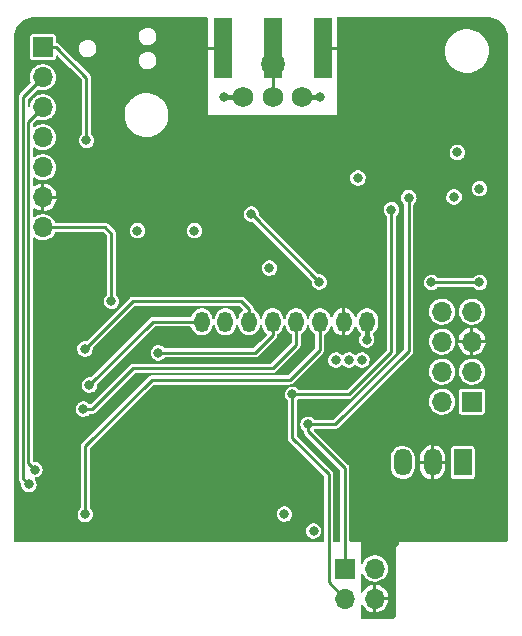
<source format=gbl>
G04 #@! TF.GenerationSoftware,KiCad,Pcbnew,(6.0.6-0)*
G04 #@! TF.CreationDate,2022-08-24T21:54:23+02:00*
G04 #@! TF.ProjectId,ithowifi_4l,6974686f-7769-4666-995f-346c2e6b6963,rev?*
G04 #@! TF.SameCoordinates,Original*
G04 #@! TF.FileFunction,Copper,L4,Bot*
G04 #@! TF.FilePolarity,Positive*
%FSLAX46Y46*%
G04 Gerber Fmt 4.6, Leading zero omitted, Abs format (unit mm)*
G04 Created by KiCad (PCBNEW (6.0.6-0)) date 2022-08-24 21:54:23*
%MOMM*%
%LPD*%
G01*
G04 APERTURE LIST*
G04 #@! TA.AperFunction,ComponentPad*
%ADD10R,1.500000X2.300000*%
G04 #@! TD*
G04 #@! TA.AperFunction,ComponentPad*
%ADD11O,1.500000X2.300000*%
G04 #@! TD*
G04 #@! TA.AperFunction,ComponentPad*
%ADD12R,1.700000X1.700000*%
G04 #@! TD*
G04 #@! TA.AperFunction,ComponentPad*
%ADD13O,1.700000X1.700000*%
G04 #@! TD*
G04 #@! TA.AperFunction,ComponentPad*
%ADD14C,2.000000*%
G04 #@! TD*
G04 #@! TA.AperFunction,SMDPad,CuDef*
%ADD15R,1.500000X5.080000*%
G04 #@! TD*
G04 #@! TA.AperFunction,SMDPad,CuDef*
%ADD16O,1.300000X1.750000*%
G04 #@! TD*
G04 #@! TA.AperFunction,SMDPad,CuDef*
%ADD17C,1.750000*%
G04 #@! TD*
G04 #@! TA.AperFunction,ViaPad*
%ADD18C,0.800000*%
G04 #@! TD*
G04 #@! TA.AperFunction,Conductor*
%ADD19C,0.406400*%
G04 #@! TD*
G04 #@! TA.AperFunction,Conductor*
%ADD20C,0.250000*%
G04 #@! TD*
G04 #@! TA.AperFunction,Conductor*
%ADD21C,0.254000*%
G04 #@! TD*
G04 #@! TA.AperFunction,Conductor*
%ADD22C,0.293370*%
G04 #@! TD*
G04 APERTURE END LIST*
D10*
X121259600Y-142951200D03*
D11*
X118719600Y-142951200D03*
X116179600Y-142951200D03*
D12*
X85725000Y-107797600D03*
D13*
X85725000Y-110337600D03*
X85725000Y-112877600D03*
X85725000Y-115417600D03*
X85725000Y-117957600D03*
X85725000Y-120497600D03*
X85725000Y-123037600D03*
D12*
X111292000Y-151928000D03*
D13*
X113832000Y-151928000D03*
X111292000Y-154468000D03*
X113832000Y-154468000D03*
D14*
X105182180Y-109251460D03*
D12*
X122047000Y-137795000D03*
D13*
X119507000Y-137795000D03*
X122047000Y-135255000D03*
X119507000Y-135255000D03*
X122047000Y-132715000D03*
X119507000Y-132715000D03*
X122047000Y-130175000D03*
X119507000Y-130175000D03*
D15*
X105181400Y-107848400D03*
X100931400Y-107848400D03*
X109431400Y-107848400D03*
D16*
X113172000Y-131039000D03*
X111172000Y-131039000D03*
X109172000Y-131039000D03*
X107172000Y-131039000D03*
X105172000Y-131039000D03*
X103172000Y-131039000D03*
X101172000Y-131039000D03*
X99172000Y-131039000D03*
D17*
X102672000Y-112039000D03*
X105172000Y-112039000D03*
X107672000Y-112039000D03*
D18*
X109220000Y-112014000D03*
X99187000Y-107442000D03*
X99187000Y-105918000D03*
X101092000Y-112014000D03*
X99187000Y-110871000D03*
X99187000Y-112522000D03*
X99187000Y-109093000D03*
X111125000Y-110871000D03*
X111125000Y-114173000D03*
X111125000Y-112522000D03*
X105918000Y-114173000D03*
X109220000Y-114173000D03*
X102489000Y-114173000D03*
X104140000Y-114173000D03*
X100965000Y-114173000D03*
X107569000Y-114173000D03*
X99187000Y-114173000D03*
X102432000Y-138568000D03*
X112032000Y-139368000D03*
X111632000Y-124168000D03*
X112732000Y-124168000D03*
X110532000Y-124168000D03*
X86741000Y-128270000D03*
X111125000Y-105918000D03*
X111125000Y-107442000D03*
X111125000Y-109093000D03*
X101727000Y-132715000D03*
X96647000Y-139750800D03*
X106172000Y-148590000D03*
X89154000Y-148590000D03*
X96647000Y-142798800D03*
X98171000Y-142798800D03*
X95148400Y-142798800D03*
X96647000Y-141274800D03*
X95148400Y-141274800D03*
X95148400Y-139750800D03*
X98171000Y-139750800D03*
X98171000Y-141274800D03*
X122682000Y-127698500D03*
X118618000Y-127698500D03*
X106172000Y-147320000D03*
X111632000Y-134268000D03*
X112732000Y-134268000D03*
X110532000Y-134268000D03*
X122682000Y-119761000D03*
X108631500Y-148751000D03*
X112395000Y-118872000D03*
X98552000Y-123317000D03*
X93726000Y-123317000D03*
X104902000Y-126492000D03*
X113132002Y-132568000D03*
X120813090Y-116686900D03*
X120532000Y-120468000D03*
X89407998Y-115671600D03*
X89309400Y-147345400D03*
X95504000Y-133668000D03*
X89154000Y-138430000D03*
X89662000Y-136397998D03*
X89281000Y-133350000D03*
X85039200Y-143560804D03*
X84531209Y-144805391D03*
X106849400Y-137185400D03*
X115232000Y-121538998D03*
X108174600Y-139725400D03*
X116697000Y-120539000D03*
X103378008Y-121920000D03*
X109132000Y-127668006D03*
X91524600Y-129294600D03*
D19*
X101117000Y-112039000D02*
X101092000Y-112014000D01*
D20*
X109431400Y-107848400D02*
X110718600Y-107848400D01*
X100931400Y-107848400D02*
X99593400Y-107848400D01*
X110718600Y-107848400D02*
X111125000Y-107442000D01*
D19*
X107672000Y-112039000D02*
X109195000Y-112039000D01*
D20*
X99593400Y-107848400D02*
X99187000Y-107442000D01*
D19*
X102672000Y-112039000D02*
X101117000Y-112039000D01*
X109195000Y-112039000D02*
X109220000Y-112014000D01*
D21*
X122682000Y-127698500D02*
X118618000Y-127698500D01*
D19*
X113172000Y-132528002D02*
X113132002Y-132568000D01*
X113172000Y-131039000D02*
X113172000Y-132528002D01*
D21*
X86829000Y-107797600D02*
X89407998Y-110376598D01*
X89407998Y-110376598D02*
X89407998Y-115671600D01*
X85725000Y-107797600D02*
X86829000Y-107797600D01*
X109172000Y-131039000D02*
X109172000Y-133398000D01*
X94918000Y-135968000D02*
X89309400Y-141576600D01*
X106602000Y-135968000D02*
X94918000Y-135968000D01*
X109172000Y-133398000D02*
X106602000Y-135968000D01*
X89309400Y-141576600D02*
X89309400Y-147345400D01*
X105172000Y-132168000D02*
X103672000Y-133668000D01*
X105172000Y-131039000D02*
X105172000Y-132168000D01*
X103672000Y-133668000D02*
X95504000Y-133668000D01*
X107172000Y-131039000D02*
X107172000Y-132985000D01*
X93378000Y-134968000D02*
X89916000Y-138430000D01*
X107172000Y-132985000D02*
X105189000Y-134968000D01*
X105189000Y-134968000D02*
X93378000Y-134968000D01*
X89916000Y-138430000D02*
X89154000Y-138430000D01*
X99172000Y-131039000D02*
X95020998Y-131039000D01*
X95020998Y-131039000D02*
X89662000Y-136397998D01*
X103172000Y-131039000D02*
X103172000Y-129932500D01*
X102525500Y-129286000D02*
X93345000Y-129286000D01*
X103172000Y-129932500D02*
X102525500Y-129286000D01*
X93345000Y-129286000D02*
X89281000Y-133350000D01*
D20*
X84498611Y-114103989D02*
X84498611Y-143020215D01*
X85725000Y-112877600D02*
X84498611Y-114103989D01*
X85039200Y-143560804D02*
X84498611Y-143020215D01*
X85725000Y-110337600D02*
X84048600Y-112014000D01*
X84048600Y-144322782D02*
X84531209Y-144805391D01*
X84048600Y-112014000D02*
X84048600Y-144322782D01*
D21*
X109932000Y-153108000D02*
X109932000Y-143968000D01*
X106849400Y-137185400D02*
X111614600Y-137185400D01*
X111614600Y-137185400D02*
X115232000Y-133568000D01*
X109932000Y-143968000D02*
X106849400Y-140885400D01*
X106849400Y-140885400D02*
X106849400Y-137185400D01*
X115232000Y-133568000D02*
X115232000Y-121538998D01*
X111292000Y-154468000D02*
X109932000Y-153108000D01*
X111292000Y-143428000D02*
X108174600Y-140310600D01*
X108174600Y-140310600D02*
X108174600Y-139725400D01*
X116697000Y-133503000D02*
X110474600Y-139725400D01*
X116697000Y-120539000D02*
X116697000Y-133503000D01*
X110474600Y-139725400D02*
X108174600Y-139725400D01*
X111292000Y-151928000D02*
X111292000Y-143428000D01*
X109132000Y-127668006D02*
X103383994Y-121920000D01*
X103383994Y-121920000D02*
X103378008Y-121920000D01*
D20*
X91524600Y-123579600D02*
X91524600Y-129294600D01*
X90982600Y-123037600D02*
X91524600Y-123579600D01*
X85725000Y-123037600D02*
X90982600Y-123037600D01*
D22*
X105172000Y-107857800D02*
X105181400Y-107848400D01*
X105172000Y-112039000D02*
X105172000Y-107857800D01*
G04 #@! TA.AperFunction,Conductor*
G36*
X99653531Y-105241713D02*
G01*
X99690076Y-105292013D01*
X99695000Y-105323100D01*
X99695000Y-113538000D01*
X110617000Y-113538000D01*
X110617000Y-108162186D01*
X119771018Y-108162186D01*
X119771364Y-108165812D01*
X119771364Y-108165815D01*
X119793590Y-108398774D01*
X119796579Y-108430100D01*
X119797443Y-108433631D01*
X119797444Y-108433637D01*
X119850253Y-108649449D01*
X119860547Y-108691518D01*
X119861914Y-108694893D01*
X119960217Y-108937592D01*
X119960220Y-108937599D01*
X119961583Y-108940963D01*
X119963421Y-108944103D01*
X119963423Y-108944106D01*
X119975063Y-108963986D01*
X120097569Y-109173210D01*
X120179577Y-109275756D01*
X120212761Y-109317250D01*
X120265658Y-109383395D01*
X120268320Y-109385881D01*
X120268323Y-109385885D01*
X120345080Y-109457587D01*
X120462327Y-109567113D01*
X120465317Y-109569187D01*
X120465318Y-109569188D01*
X120680461Y-109718438D01*
X120680465Y-109718440D01*
X120683457Y-109720516D01*
X120686719Y-109722139D01*
X120686721Y-109722140D01*
X120717693Y-109737548D01*
X120924416Y-109840391D01*
X120927874Y-109841525D01*
X120927875Y-109841525D01*
X121176693Y-109923092D01*
X121176696Y-109923093D01*
X121180156Y-109924227D01*
X121183750Y-109924851D01*
X121442299Y-109969743D01*
X121442305Y-109969744D01*
X121445319Y-109970267D01*
X121481922Y-109972089D01*
X121529116Y-109974439D01*
X121529129Y-109974439D01*
X121530348Y-109974500D01*
X121698374Y-109974500D01*
X121700188Y-109974368D01*
X121700199Y-109974368D01*
X121894788Y-109960249D01*
X121894790Y-109960249D01*
X121898425Y-109959985D01*
X121901983Y-109959199D01*
X121901986Y-109959199D01*
X122157667Y-109902749D01*
X122157670Y-109902748D01*
X122161226Y-109901963D01*
X122328025Y-109838769D01*
X122409501Y-109807901D01*
X122409504Y-109807900D01*
X122412900Y-109806613D01*
X122492933Y-109762159D01*
X122644989Y-109677699D01*
X122648172Y-109675931D01*
X122755008Y-109594396D01*
X122859210Y-109514872D01*
X122859212Y-109514870D01*
X122862116Y-109512654D01*
X122997809Y-109373847D01*
X123047696Y-109322815D01*
X123047699Y-109322812D01*
X123050249Y-109320203D01*
X123052395Y-109317255D01*
X123052399Y-109317250D01*
X123184383Y-109135922D01*
X123208630Y-109102610D01*
X123333941Y-108864433D01*
X123349365Y-108820757D01*
X123422345Y-108614095D01*
X123422346Y-108614091D01*
X123423557Y-108610662D01*
X123475601Y-108346611D01*
X123488982Y-108077814D01*
X123485439Y-108040673D01*
X123463767Y-107813525D01*
X123463767Y-107813523D01*
X123463421Y-107809900D01*
X123453100Y-107767718D01*
X123400319Y-107552021D01*
X123399453Y-107548482D01*
X123394922Y-107537296D01*
X123299783Y-107302408D01*
X123299780Y-107302401D01*
X123298417Y-107299037D01*
X123277980Y-107264132D01*
X123212490Y-107152285D01*
X123162431Y-107066790D01*
X123050018Y-106926224D01*
X122996619Y-106859452D01*
X122996618Y-106859450D01*
X122994342Y-106856605D01*
X122991680Y-106854119D01*
X122991677Y-106854115D01*
X122855347Y-106726763D01*
X122797673Y-106672887D01*
X122789011Y-106666878D01*
X122579539Y-106521562D01*
X122579535Y-106521560D01*
X122576543Y-106519484D01*
X122571056Y-106516754D01*
X122489611Y-106476236D01*
X122335584Y-106399609D01*
X122332125Y-106398475D01*
X122083307Y-106316908D01*
X122083304Y-106316907D01*
X122079844Y-106315773D01*
X122006596Y-106303055D01*
X121817701Y-106270257D01*
X121817695Y-106270256D01*
X121814681Y-106269733D01*
X121778078Y-106267911D01*
X121730884Y-106265561D01*
X121730871Y-106265561D01*
X121729652Y-106265500D01*
X121561626Y-106265500D01*
X121559812Y-106265632D01*
X121559801Y-106265632D01*
X121365212Y-106279751D01*
X121365210Y-106279751D01*
X121361575Y-106280015D01*
X121358017Y-106280801D01*
X121358014Y-106280801D01*
X121102333Y-106337251D01*
X121102330Y-106337252D01*
X121098774Y-106338037D01*
X121095369Y-106339327D01*
X120850499Y-106432099D01*
X120850496Y-106432100D01*
X120847100Y-106433387D01*
X120843924Y-106435151D01*
X120843922Y-106435152D01*
X120715169Y-106506668D01*
X120611828Y-106564069D01*
X120608930Y-106566280D01*
X120608931Y-106566280D01*
X120416196Y-106713371D01*
X120397884Y-106727346D01*
X120209751Y-106919797D01*
X120207605Y-106922745D01*
X120207601Y-106922750D01*
X120141728Y-107013251D01*
X120051370Y-107137390D01*
X120049671Y-107140620D01*
X120049670Y-107140621D01*
X120036283Y-107166066D01*
X119926059Y-107375567D01*
X119924846Y-107379001D01*
X119924845Y-107379004D01*
X119840425Y-107618063D01*
X119836443Y-107629338D01*
X119784399Y-107893389D01*
X119771018Y-108162186D01*
X110617000Y-108162186D01*
X110617000Y-105323100D01*
X110636213Y-105263969D01*
X110686513Y-105227424D01*
X110717600Y-105222500D01*
X123297025Y-105222500D01*
X123316650Y-105224433D01*
X123322281Y-105225553D01*
X123322282Y-105225553D01*
X123332000Y-105227486D01*
X123341719Y-105225553D01*
X123351624Y-105225553D01*
X123351624Y-105225556D01*
X123363946Y-105224785D01*
X123526499Y-105236411D01*
X123573237Y-105239754D01*
X123587444Y-105241797D01*
X123816735Y-105291676D01*
X123830507Y-105295720D01*
X124050366Y-105377723D01*
X124063419Y-105383684D01*
X124269385Y-105496150D01*
X124281441Y-105503898D01*
X124469303Y-105644530D01*
X124480143Y-105653923D01*
X124646077Y-105819857D01*
X124655470Y-105830697D01*
X124796102Y-106018559D01*
X124803850Y-106030615D01*
X124900931Y-106208404D01*
X124916315Y-106236578D01*
X124922277Y-106249634D01*
X125004280Y-106469493D01*
X125008324Y-106483265D01*
X125058203Y-106712556D01*
X125060246Y-106726763D01*
X125074264Y-106922750D01*
X125075215Y-106936052D01*
X125074444Y-106948376D01*
X125074447Y-106948376D01*
X125074447Y-106958281D01*
X125072514Y-106968000D01*
X125074447Y-106977718D01*
X125074447Y-106977719D01*
X125075567Y-106983350D01*
X125077500Y-107002975D01*
X125077500Y-149433025D01*
X125075567Y-149452650D01*
X125072514Y-149468000D01*
X125074447Y-149477717D01*
X125074447Y-149479361D01*
X125073210Y-149495089D01*
X125067976Y-149528133D01*
X125058253Y-149558056D01*
X125037848Y-149598104D01*
X125019348Y-149623567D01*
X125004380Y-149638535D01*
X124948982Y-149666761D01*
X124933245Y-149668000D01*
X115832000Y-149668000D01*
X115832000Y-149854827D01*
X115812787Y-149913958D01*
X115802535Y-149925962D01*
X115799726Y-149928771D01*
X115795906Y-149931906D01*
X115701620Y-150046794D01*
X115631560Y-150177868D01*
X115630126Y-150182594D01*
X115630126Y-150182595D01*
X115616509Y-150227486D01*
X115588417Y-150320092D01*
X115587934Y-150325000D01*
X115587933Y-150325003D01*
X115575642Y-150449792D01*
X115574446Y-150457849D01*
X115574446Y-150458285D01*
X115572514Y-150468000D01*
X115574447Y-150477718D01*
X115575567Y-150483350D01*
X115577500Y-150502975D01*
X115577500Y-155933025D01*
X115575567Y-155952650D01*
X115572514Y-155968000D01*
X115574447Y-155977717D01*
X115574447Y-155979361D01*
X115573210Y-155995089D01*
X115567976Y-156028133D01*
X115558253Y-156058056D01*
X115537848Y-156098104D01*
X115519348Y-156123567D01*
X115487567Y-156155348D01*
X115462106Y-156173847D01*
X115422056Y-156194253D01*
X115392133Y-156203976D01*
X115359089Y-156209210D01*
X115343361Y-156210447D01*
X115341717Y-156210447D01*
X115332000Y-156208514D01*
X115322282Y-156210447D01*
X115322281Y-156210447D01*
X115316650Y-156211567D01*
X115297025Y-156213500D01*
X112732600Y-156213500D01*
X112673469Y-156194287D01*
X112636924Y-156143987D01*
X112632000Y-156112900D01*
X112632000Y-155082028D01*
X112651213Y-155022897D01*
X112701513Y-154986352D01*
X112763687Y-154986352D01*
X112813987Y-155022897D01*
X112823959Y-155039911D01*
X112825700Y-155043687D01*
X112830289Y-155051635D01*
X112947456Y-155217424D01*
X112953428Y-155224416D01*
X113098846Y-155366077D01*
X113105982Y-155371855D01*
X113274782Y-155484644D01*
X113282857Y-155489027D01*
X113469379Y-155569164D01*
X113478118Y-155572003D01*
X113676123Y-155616807D01*
X113685233Y-155618006D01*
X113689079Y-155618157D01*
X113702124Y-155614478D01*
X113704779Y-155611110D01*
X113705000Y-155609873D01*
X113705000Y-155600611D01*
X113959000Y-155600611D01*
X113963188Y-155613501D01*
X113964378Y-155614365D01*
X113970453Y-155614883D01*
X114098176Y-155596364D01*
X114107103Y-155594221D01*
X114299349Y-155528963D01*
X114307733Y-155525230D01*
X114484865Y-155426031D01*
X114492433Y-155420830D01*
X114648518Y-155291015D01*
X114655015Y-155284518D01*
X114784830Y-155128433D01*
X114790031Y-155120865D01*
X114889230Y-154943733D01*
X114892963Y-154935349D01*
X114958221Y-154743103D01*
X114960364Y-154734176D01*
X114978258Y-154610768D01*
X114975963Y-154597411D01*
X114974909Y-154596385D01*
X114968969Y-154595000D01*
X113974933Y-154595000D01*
X113962043Y-154599188D01*
X113959000Y-154603377D01*
X113959000Y-155600611D01*
X113705000Y-155600611D01*
X113705000Y-154325067D01*
X113959000Y-154325067D01*
X113963188Y-154337957D01*
X113967377Y-154341000D01*
X114964144Y-154341000D01*
X114977034Y-154336812D01*
X114978729Y-154334479D01*
X114979140Y-154330801D01*
X114972749Y-154261241D01*
X114971076Y-154252219D01*
X114915968Y-154056821D01*
X114912677Y-154048247D01*
X114822886Y-153866168D01*
X114818091Y-153858343D01*
X114696618Y-153695672D01*
X114690473Y-153688847D01*
X114541397Y-153551043D01*
X114534108Y-153545449D01*
X114362415Y-153437120D01*
X114354228Y-153432948D01*
X114165668Y-153357720D01*
X114156867Y-153355113D01*
X113974628Y-153318863D01*
X113961168Y-153320456D01*
X113961134Y-153320487D01*
X113959000Y-153328665D01*
X113959000Y-154325067D01*
X113705000Y-154325067D01*
X113705000Y-153333948D01*
X113700812Y-153321058D01*
X113700197Y-153320611D01*
X113692937Y-153320088D01*
X113536380Y-153346989D01*
X113527508Y-153349366D01*
X113337047Y-153419631D01*
X113328748Y-153423590D01*
X113154282Y-153527386D01*
X113146850Y-153532786D01*
X112994216Y-153666642D01*
X112987895Y-153673303D01*
X112862208Y-153832737D01*
X112857208Y-153840436D01*
X112821630Y-153908058D01*
X112777094Y-153951443D01*
X112715563Y-153960364D01*
X112660540Y-153931415D01*
X112633041Y-153875652D01*
X112632000Y-153861217D01*
X112632000Y-152421875D01*
X112651213Y-152362744D01*
X112701513Y-152326199D01*
X112763687Y-152326199D01*
X112813987Y-152362744D01*
X112823958Y-152379757D01*
X112871377Y-152482616D01*
X112988533Y-152648389D01*
X113133938Y-152790035D01*
X113137774Y-152792598D01*
X113137775Y-152792599D01*
X113207517Y-152839199D01*
X113302720Y-152902812D01*
X113306956Y-152904632D01*
X113306958Y-152904633D01*
X113439283Y-152961484D01*
X113489228Y-152982942D01*
X113587161Y-153005102D01*
X113682716Y-153026724D01*
X113682719Y-153026724D01*
X113687216Y-153027742D01*
X113788635Y-153031727D01*
X113885444Y-153035531D01*
X113885445Y-153035531D01*
X113890053Y-153035712D01*
X113894610Y-153035051D01*
X113894615Y-153035051D01*
X113990499Y-153021148D01*
X114090945Y-153006584D01*
X114283165Y-152941334D01*
X114460276Y-152842147D01*
X114507265Y-152803067D01*
X114612798Y-152715295D01*
X114616345Y-152712345D01*
X114627737Y-152698648D01*
X114743199Y-152559821D01*
X114743201Y-152559818D01*
X114746147Y-152556276D01*
X114845334Y-152379165D01*
X114910584Y-152186945D01*
X114939712Y-151986053D01*
X114941232Y-151928000D01*
X114922658Y-151725859D01*
X114867557Y-151530487D01*
X114777776Y-151348428D01*
X114656320Y-151185779D01*
X114507258Y-151047987D01*
X114503362Y-151045529D01*
X114503357Y-151045525D01*
X114397443Y-150978699D01*
X114335581Y-150939667D01*
X114147039Y-150864446D01*
X113947946Y-150824844D01*
X113845351Y-150823501D01*
X113749585Y-150822247D01*
X113749581Y-150822247D01*
X113744971Y-150822187D01*
X113544910Y-150856564D01*
X113540588Y-150858158D01*
X113540586Y-150858159D01*
X113358791Y-150925227D01*
X113358788Y-150925228D01*
X113354463Y-150926824D01*
X113180010Y-151030612D01*
X113176544Y-151033651D01*
X113176542Y-151033653D01*
X113030859Y-151161414D01*
X113030856Y-151161417D01*
X113027392Y-151164455D01*
X112901720Y-151323869D01*
X112899574Y-151327948D01*
X112821630Y-151476094D01*
X112777094Y-151519479D01*
X112715563Y-151528400D01*
X112660540Y-151499451D01*
X112633041Y-151443688D01*
X112632000Y-151429253D01*
X112632000Y-149668000D01*
X111774100Y-149668000D01*
X111714969Y-149648787D01*
X111678424Y-149598487D01*
X111673500Y-149567400D01*
X111673500Y-143479433D01*
X111675754Y-143458259D01*
X111676596Y-143454350D01*
X111676596Y-143454342D01*
X111678345Y-143446220D01*
X111674197Y-143411173D01*
X111673728Y-143403209D01*
X111673644Y-143402197D01*
X115175100Y-143402197D01*
X115175357Y-143404726D01*
X115175357Y-143404728D01*
X115175456Y-143405700D01*
X115190542Y-143554224D01*
X115251567Y-143748955D01*
X115254033Y-143753404D01*
X115254034Y-143753406D01*
X115307159Y-143849245D01*
X115350502Y-143927438D01*
X115483305Y-144082382D01*
X115487335Y-144085508D01*
X115623054Y-144190782D01*
X115644551Y-144207457D01*
X115827654Y-144297555D01*
X116025133Y-144348994D01*
X116030218Y-144349261D01*
X116030221Y-144349261D01*
X116134669Y-144354735D01*
X116228923Y-144359675D01*
X116430697Y-144329159D01*
X116435482Y-144327399D01*
X116435484Y-144327398D01*
X116617432Y-144260454D01*
X116617434Y-144260453D01*
X116622215Y-144258694D01*
X116626543Y-144256010D01*
X116626546Y-144256009D01*
X116791318Y-144153846D01*
X116791321Y-144153844D01*
X116795651Y-144151159D01*
X116943923Y-144010946D01*
X116989612Y-143945695D01*
X117058053Y-143847951D01*
X117058054Y-143847950D01*
X117060972Y-143843782D01*
X117142018Y-143656497D01*
X117179008Y-143479433D01*
X117182959Y-143460523D01*
X117182959Y-143460519D01*
X117183749Y-143456740D01*
X117184100Y-143450042D01*
X117184100Y-143400795D01*
X117664800Y-143400795D01*
X117665040Y-143405700D01*
X117679402Y-143552171D01*
X117681305Y-143561785D01*
X117738246Y-143750383D01*
X117741981Y-143759444D01*
X117834476Y-143933403D01*
X117839892Y-143941554D01*
X117964412Y-144094230D01*
X117971313Y-144101180D01*
X118123121Y-144226767D01*
X118131233Y-144232238D01*
X118304542Y-144325945D01*
X118313573Y-144329742D01*
X118501780Y-144388002D01*
X118511367Y-144389970D01*
X118576753Y-144396842D01*
X118590012Y-144394024D01*
X118591705Y-144392144D01*
X118592600Y-144387934D01*
X118592600Y-144382914D01*
X118846600Y-144382914D01*
X118850788Y-144395804D01*
X118853141Y-144397513D01*
X118856777Y-144397921D01*
X118913307Y-144392776D01*
X118922926Y-144390941D01*
X119111928Y-144335315D01*
X119121005Y-144331648D01*
X119295599Y-144240372D01*
X119303805Y-144235002D01*
X119457339Y-144111557D01*
X119464338Y-144104704D01*
X119590978Y-143953780D01*
X119596513Y-143945695D01*
X119691425Y-143773051D01*
X119695281Y-143764056D01*
X119754855Y-143576256D01*
X119756892Y-143566675D01*
X119774087Y-143413375D01*
X119774400Y-143407776D01*
X119774400Y-143094133D01*
X119770212Y-143081243D01*
X119766023Y-143078200D01*
X118862533Y-143078200D01*
X118849643Y-143082388D01*
X118846600Y-143086577D01*
X118846600Y-144382914D01*
X118592600Y-144382914D01*
X118592600Y-143094133D01*
X118588412Y-143081243D01*
X118584223Y-143078200D01*
X117680733Y-143078200D01*
X117667843Y-143082388D01*
X117664800Y-143086577D01*
X117664800Y-143400795D01*
X117184100Y-143400795D01*
X117184100Y-142808267D01*
X117664800Y-142808267D01*
X117668988Y-142821157D01*
X117673177Y-142824200D01*
X118576667Y-142824200D01*
X118589557Y-142820012D01*
X118592600Y-142815823D01*
X118592600Y-142808267D01*
X118846600Y-142808267D01*
X118850788Y-142821157D01*
X118854977Y-142824200D01*
X119758467Y-142824200D01*
X119771357Y-142820012D01*
X119774400Y-142815823D01*
X119774400Y-142501605D01*
X119774160Y-142496700D01*
X119759798Y-142350229D01*
X119757895Y-142340615D01*
X119700954Y-142152017D01*
X119697219Y-142142956D01*
X119604724Y-141968997D01*
X119599308Y-141960846D01*
X119474788Y-141808170D01*
X119467887Y-141801220D01*
X119437562Y-141776133D01*
X120255100Y-141776133D01*
X120255101Y-144126266D01*
X120260587Y-144153846D01*
X120267753Y-144189875D01*
X120269866Y-144200501D01*
X120275369Y-144208736D01*
X120275369Y-144208737D01*
X120317351Y-144271566D01*
X120326116Y-144284684D01*
X120334353Y-144290188D01*
X120342011Y-144295305D01*
X120410299Y-144340934D01*
X120450820Y-144348994D01*
X120479681Y-144354735D01*
X120479682Y-144354735D01*
X120484533Y-144355700D01*
X120489480Y-144355700D01*
X121260305Y-144355699D01*
X122034666Y-144355699D01*
X122086543Y-144345381D01*
X122099184Y-144342867D01*
X122099186Y-144342866D01*
X122108901Y-144340934D01*
X122117311Y-144335315D01*
X122184847Y-144290188D01*
X122193084Y-144284684D01*
X122249334Y-144200501D01*
X122264100Y-144126267D01*
X122264099Y-141776134D01*
X122257042Y-141740652D01*
X122251267Y-141711616D01*
X122251266Y-141711614D01*
X122249334Y-141701899D01*
X122243830Y-141693661D01*
X122198588Y-141625953D01*
X122193084Y-141617716D01*
X122108901Y-141561466D01*
X122060361Y-141551811D01*
X122039519Y-141547665D01*
X122039518Y-141547665D01*
X122034667Y-141546700D01*
X122029720Y-141546700D01*
X121258895Y-141546701D01*
X120484534Y-141546701D01*
X120452165Y-141553139D01*
X120420016Y-141559533D01*
X120420014Y-141559534D01*
X120410299Y-141561466D01*
X120402064Y-141566969D01*
X120402063Y-141566969D01*
X120342011Y-141607095D01*
X120326116Y-141617716D01*
X120269866Y-141701899D01*
X120255100Y-141776133D01*
X119437562Y-141776133D01*
X119316079Y-141675633D01*
X119307967Y-141670162D01*
X119134658Y-141576455D01*
X119125627Y-141572658D01*
X118937420Y-141514398D01*
X118927833Y-141512430D01*
X118862447Y-141505558D01*
X118849188Y-141508376D01*
X118847495Y-141510256D01*
X118846600Y-141514466D01*
X118846600Y-142808267D01*
X118592600Y-142808267D01*
X118592600Y-141519486D01*
X118588412Y-141506596D01*
X118586059Y-141504887D01*
X118582423Y-141504479D01*
X118525893Y-141509624D01*
X118516274Y-141511459D01*
X118327272Y-141567085D01*
X118318195Y-141570752D01*
X118143601Y-141662028D01*
X118135395Y-141667398D01*
X117981861Y-141790843D01*
X117974862Y-141797696D01*
X117848222Y-141948620D01*
X117842687Y-141956705D01*
X117747775Y-142129349D01*
X117743919Y-142138344D01*
X117684345Y-142326144D01*
X117682308Y-142335725D01*
X117665113Y-142489025D01*
X117664800Y-142494624D01*
X117664800Y-142808267D01*
X117184100Y-142808267D01*
X117184100Y-142500203D01*
X117168658Y-142348176D01*
X117107633Y-142153445D01*
X117099263Y-142138344D01*
X117011169Y-141979420D01*
X117008698Y-141974962D01*
X116875895Y-141820018D01*
X116765803Y-141734622D01*
X116718678Y-141698068D01*
X116718677Y-141698067D01*
X116714649Y-141694943D01*
X116531546Y-141604845D01*
X116334067Y-141553406D01*
X116328982Y-141553139D01*
X116328979Y-141553139D01*
X116213814Y-141547103D01*
X116130277Y-141542725D01*
X115928503Y-141573241D01*
X115923718Y-141575001D01*
X115923716Y-141575002D01*
X115741768Y-141641946D01*
X115741766Y-141641947D01*
X115736985Y-141643706D01*
X115732657Y-141646390D01*
X115732654Y-141646391D01*
X115567882Y-141748554D01*
X115567879Y-141748556D01*
X115563549Y-141751241D01*
X115415277Y-141891454D01*
X115298228Y-142058618D01*
X115217182Y-142245903D01*
X115175451Y-142445660D01*
X115175100Y-142452358D01*
X115175100Y-143402197D01*
X111673644Y-143402197D01*
X111673500Y-143400451D01*
X111673500Y-143396308D01*
X111672820Y-143392220D01*
X111672819Y-143392213D01*
X111670213Y-143376555D01*
X111669545Y-143371865D01*
X111664394Y-143328349D01*
X111663417Y-143320092D01*
X111660053Y-143313086D01*
X111659198Y-143310385D01*
X111657922Y-143302717D01*
X111653975Y-143295402D01*
X111653974Y-143295399D01*
X111633169Y-143256842D01*
X111631016Y-143252618D01*
X111608440Y-143205602D01*
X111604830Y-143201308D01*
X111603285Y-143199763D01*
X111602464Y-143198868D01*
X111600867Y-143196976D01*
X111597612Y-143190943D01*
X111591506Y-143185299D01*
X111591504Y-143185296D01*
X111557448Y-143153816D01*
X111554600Y-143151078D01*
X108684924Y-140281401D01*
X108656698Y-140226003D01*
X108666424Y-140164595D01*
X108674355Y-140151573D01*
X108676342Y-140148807D01*
X108726445Y-140111992D01*
X108758046Y-140106900D01*
X110423167Y-140106900D01*
X110444339Y-140109153D01*
X110448254Y-140109996D01*
X110448256Y-140109996D01*
X110456380Y-140111745D01*
X110491428Y-140107597D01*
X110499388Y-140107128D01*
X110502147Y-140106900D01*
X110506292Y-140106900D01*
X110510380Y-140106220D01*
X110510387Y-140106219D01*
X110526033Y-140103615D01*
X110530724Y-140102947D01*
X110574254Y-140097795D01*
X110574255Y-140097795D01*
X110582507Y-140096818D01*
X110589516Y-140093452D01*
X110592217Y-140092598D01*
X110599883Y-140091322D01*
X110645781Y-140066556D01*
X110649970Y-140064422D01*
X110664150Y-140057613D01*
X110691293Y-140044580D01*
X110691296Y-140044578D01*
X110696998Y-140041840D01*
X110701292Y-140038230D01*
X110702837Y-140036685D01*
X110703732Y-140035864D01*
X110705624Y-140034267D01*
X110711657Y-140031012D01*
X110748785Y-139990847D01*
X110751523Y-139987999D01*
X112973558Y-137765964D01*
X118398148Y-137765964D01*
X118411424Y-137968522D01*
X118412557Y-137972983D01*
X118434228Y-138058310D01*
X118461392Y-138165269D01*
X118546377Y-138349616D01*
X118663533Y-138515389D01*
X118808938Y-138657035D01*
X118812774Y-138659598D01*
X118812775Y-138659599D01*
X118864249Y-138693993D01*
X118977720Y-138769812D01*
X118981956Y-138771632D01*
X118981958Y-138771633D01*
X119159989Y-138848121D01*
X119164228Y-138849942D01*
X119212236Y-138860805D01*
X119357716Y-138893724D01*
X119357719Y-138893724D01*
X119362216Y-138894742D01*
X119458748Y-138898535D01*
X119560444Y-138902531D01*
X119560445Y-138902531D01*
X119565053Y-138902712D01*
X119569610Y-138902051D01*
X119569615Y-138902051D01*
X119675713Y-138886667D01*
X119765945Y-138873584D01*
X119958165Y-138808334D01*
X120135276Y-138709147D01*
X120151748Y-138695448D01*
X120287798Y-138582295D01*
X120291345Y-138579345D01*
X120302737Y-138565648D01*
X120418199Y-138426821D01*
X120418201Y-138426818D01*
X120421147Y-138423276D01*
X120520334Y-138246165D01*
X120585584Y-138053945D01*
X120614712Y-137853053D01*
X120616232Y-137795000D01*
X120609371Y-137720335D01*
X120598080Y-137597447D01*
X120598079Y-137597442D01*
X120597658Y-137592859D01*
X120542557Y-137397487D01*
X120452776Y-137215428D01*
X120331320Y-137052779D01*
X120192960Y-136924880D01*
X120942500Y-136924880D01*
X120942501Y-137795797D01*
X120942501Y-138670066D01*
X120946983Y-138692600D01*
X120953153Y-138723620D01*
X120957266Y-138744301D01*
X120962769Y-138752536D01*
X120962769Y-138752537D01*
X121002320Y-138811728D01*
X121013516Y-138828484D01*
X121097699Y-138884734D01*
X121142895Y-138893724D01*
X121167081Y-138898535D01*
X121167082Y-138898535D01*
X121171933Y-138899500D01*
X121176880Y-138899500D01*
X122047796Y-138899499D01*
X122922066Y-138899499D01*
X122957548Y-138892442D01*
X122986584Y-138886667D01*
X122986586Y-138886666D01*
X122996301Y-138884734D01*
X123016347Y-138871340D01*
X123072247Y-138833988D01*
X123080484Y-138828484D01*
X123091833Y-138811500D01*
X123102159Y-138796045D01*
X123136734Y-138744301D01*
X123151500Y-138670067D01*
X123151500Y-137795000D01*
X123151499Y-136924872D01*
X123151499Y-136919934D01*
X123142332Y-136873844D01*
X123138667Y-136855416D01*
X123138666Y-136855414D01*
X123136734Y-136845699D01*
X123131230Y-136837461D01*
X123085988Y-136769753D01*
X123080484Y-136761516D01*
X122996301Y-136705266D01*
X122947761Y-136695611D01*
X122926919Y-136691465D01*
X122926918Y-136691465D01*
X122922067Y-136690500D01*
X122917120Y-136690500D01*
X122046204Y-136690501D01*
X121171934Y-136690501D01*
X121137665Y-136697317D01*
X121107416Y-136703333D01*
X121107414Y-136703334D01*
X121097699Y-136705266D01*
X121089464Y-136710769D01*
X121089463Y-136710769D01*
X121024185Y-136754387D01*
X121013516Y-136761516D01*
X120957266Y-136845699D01*
X120955333Y-136855418D01*
X120943974Y-136912525D01*
X120942500Y-136919933D01*
X120942500Y-136924880D01*
X120192960Y-136924880D01*
X120182258Y-136914987D01*
X120178362Y-136912529D01*
X120178357Y-136912525D01*
X120087847Y-136855418D01*
X120010581Y-136806667D01*
X120003646Y-136803900D01*
X119867021Y-136749392D01*
X119822039Y-136731446D01*
X119622946Y-136691844D01*
X119520351Y-136690501D01*
X119424585Y-136689247D01*
X119424581Y-136689247D01*
X119419971Y-136689187D01*
X119219910Y-136723564D01*
X119215588Y-136725158D01*
X119215586Y-136725159D01*
X119033791Y-136792227D01*
X119033788Y-136792228D01*
X119029463Y-136793824D01*
X118855010Y-136897612D01*
X118851544Y-136900651D01*
X118851542Y-136900653D01*
X118705859Y-137028414D01*
X118705856Y-137028417D01*
X118702392Y-137031455D01*
X118699539Y-137035074D01*
X118699538Y-137035075D01*
X118686822Y-137051205D01*
X118576720Y-137190869D01*
X118482203Y-137370515D01*
X118480836Y-137374918D01*
X118441426Y-137501840D01*
X118422007Y-137564378D01*
X118398148Y-137765964D01*
X112973558Y-137765964D01*
X115513559Y-135225964D01*
X118398148Y-135225964D01*
X118411424Y-135428522D01*
X118412557Y-135432983D01*
X118450974Y-135584247D01*
X118461392Y-135625269D01*
X118546377Y-135809616D01*
X118663533Y-135975389D01*
X118808938Y-136117035D01*
X118977720Y-136229812D01*
X118981956Y-136231632D01*
X118981958Y-136231633D01*
X119159989Y-136308121D01*
X119164228Y-136309942D01*
X119252753Y-136329973D01*
X119357716Y-136353724D01*
X119357719Y-136353724D01*
X119362216Y-136354742D01*
X119463635Y-136358727D01*
X119560444Y-136362531D01*
X119560445Y-136362531D01*
X119565053Y-136362712D01*
X119569610Y-136362051D01*
X119569615Y-136362051D01*
X119665499Y-136348148D01*
X119765945Y-136333584D01*
X119958165Y-136268334D01*
X120135276Y-136169147D01*
X120197934Y-136117035D01*
X120287798Y-136042295D01*
X120291345Y-136039345D01*
X120302737Y-136025648D01*
X120418199Y-135886821D01*
X120418201Y-135886818D01*
X120421147Y-135883276D01*
X120520334Y-135706165D01*
X120585584Y-135513945D01*
X120614712Y-135313053D01*
X120614844Y-135308042D01*
X120616155Y-135257956D01*
X120616155Y-135257949D01*
X120616232Y-135255000D01*
X120613564Y-135225964D01*
X120938148Y-135225964D01*
X120951424Y-135428522D01*
X120952557Y-135432983D01*
X120990974Y-135584247D01*
X121001392Y-135625269D01*
X121086377Y-135809616D01*
X121203533Y-135975389D01*
X121348938Y-136117035D01*
X121517720Y-136229812D01*
X121521956Y-136231632D01*
X121521958Y-136231633D01*
X121699989Y-136308121D01*
X121704228Y-136309942D01*
X121792753Y-136329973D01*
X121897716Y-136353724D01*
X121897719Y-136353724D01*
X121902216Y-136354742D01*
X122003635Y-136358727D01*
X122100444Y-136362531D01*
X122100445Y-136362531D01*
X122105053Y-136362712D01*
X122109610Y-136362051D01*
X122109615Y-136362051D01*
X122205499Y-136348148D01*
X122305945Y-136333584D01*
X122498165Y-136268334D01*
X122675276Y-136169147D01*
X122737934Y-136117035D01*
X122827798Y-136042295D01*
X122831345Y-136039345D01*
X122842737Y-136025648D01*
X122958199Y-135886821D01*
X122958201Y-135886818D01*
X122961147Y-135883276D01*
X123060334Y-135706165D01*
X123125584Y-135513945D01*
X123154712Y-135313053D01*
X123154844Y-135308042D01*
X123156155Y-135257956D01*
X123156155Y-135257949D01*
X123156232Y-135255000D01*
X123137658Y-135052859D01*
X123082557Y-134857487D01*
X122992776Y-134675428D01*
X122871320Y-134512779D01*
X122722258Y-134374987D01*
X122718362Y-134372529D01*
X122718357Y-134372525D01*
X122580594Y-134285604D01*
X122550581Y-134266667D01*
X122362039Y-134191446D01*
X122162946Y-134151844D01*
X122061459Y-134150516D01*
X121964585Y-134149247D01*
X121964581Y-134149247D01*
X121959971Y-134149187D01*
X121759910Y-134183564D01*
X121755588Y-134185158D01*
X121755586Y-134185159D01*
X121573791Y-134252227D01*
X121573788Y-134252228D01*
X121569463Y-134253824D01*
X121565497Y-134256184D01*
X121565496Y-134256184D01*
X121545635Y-134268000D01*
X121395010Y-134357612D01*
X121391544Y-134360651D01*
X121391542Y-134360653D01*
X121245859Y-134488414D01*
X121245856Y-134488417D01*
X121242392Y-134491455D01*
X121116720Y-134650869D01*
X121022203Y-134830515D01*
X120962007Y-135024378D01*
X120938148Y-135225964D01*
X120613564Y-135225964D01*
X120597658Y-135052859D01*
X120542557Y-134857487D01*
X120452776Y-134675428D01*
X120331320Y-134512779D01*
X120182258Y-134374987D01*
X120178362Y-134372529D01*
X120178357Y-134372525D01*
X120040594Y-134285604D01*
X120010581Y-134266667D01*
X119822039Y-134191446D01*
X119622946Y-134151844D01*
X119521459Y-134150516D01*
X119424585Y-134149247D01*
X119424581Y-134149247D01*
X119419971Y-134149187D01*
X119219910Y-134183564D01*
X119215588Y-134185158D01*
X119215586Y-134185159D01*
X119033791Y-134252227D01*
X119033788Y-134252228D01*
X119029463Y-134253824D01*
X119025497Y-134256184D01*
X119025496Y-134256184D01*
X119005635Y-134268000D01*
X118855010Y-134357612D01*
X118851544Y-134360651D01*
X118851542Y-134360653D01*
X118705859Y-134488414D01*
X118705856Y-134488417D01*
X118702392Y-134491455D01*
X118576720Y-134650869D01*
X118482203Y-134830515D01*
X118422007Y-135024378D01*
X118398148Y-135225964D01*
X115513559Y-135225964D01*
X116930395Y-133809128D01*
X116946959Y-133795751D01*
X116957304Y-133789071D01*
X116963821Y-133780805D01*
X116979153Y-133761356D01*
X116984449Y-133755396D01*
X116986236Y-133753287D01*
X116989171Y-133750352D01*
X117000834Y-133734032D01*
X117003627Y-133730312D01*
X117035934Y-133689330D01*
X117038509Y-133681997D01*
X117039818Y-133679478D01*
X117044334Y-133673158D01*
X117058096Y-133627139D01*
X117059269Y-133623218D01*
X117060727Y-133618730D01*
X117078016Y-133569498D01*
X117078500Y-133563909D01*
X117078500Y-133561744D01*
X117078554Y-133560495D01*
X117078762Y-133558041D01*
X117080725Y-133551476D01*
X117078578Y-133496839D01*
X117078500Y-133492889D01*
X117078500Y-132685964D01*
X118398148Y-132685964D01*
X118411424Y-132888522D01*
X118412557Y-132892983D01*
X118454331Y-133057465D01*
X118461392Y-133085269D01*
X118546377Y-133269616D01*
X118663533Y-133435389D01*
X118808938Y-133577035D01*
X118812774Y-133579598D01*
X118812775Y-133579599D01*
X118829628Y-133590860D01*
X118977720Y-133689812D01*
X118981956Y-133691632D01*
X118981958Y-133691633D01*
X119159989Y-133768121D01*
X119164228Y-133769942D01*
X119212236Y-133780805D01*
X119357716Y-133813724D01*
X119357719Y-133813724D01*
X119362216Y-133814742D01*
X119459206Y-133818553D01*
X119560444Y-133822531D01*
X119560445Y-133822531D01*
X119565053Y-133822712D01*
X119569610Y-133822051D01*
X119569615Y-133822051D01*
X119665499Y-133808148D01*
X119765945Y-133793584D01*
X119958165Y-133728334D01*
X120135276Y-133629147D01*
X120139924Y-133625282D01*
X120283046Y-133506247D01*
X120291345Y-133499345D01*
X120324967Y-133458919D01*
X120418199Y-133346821D01*
X120418201Y-133346818D01*
X120421147Y-133343276D01*
X120520334Y-133166165D01*
X120585584Y-132973945D01*
X120603330Y-132851555D01*
X120898590Y-132851555D01*
X120901230Y-132891831D01*
X120902664Y-132900885D01*
X120952640Y-133097668D01*
X120955703Y-133106315D01*
X121040702Y-133290691D01*
X121045289Y-133298635D01*
X121162456Y-133464424D01*
X121168428Y-133471416D01*
X121313846Y-133613077D01*
X121320982Y-133618855D01*
X121489782Y-133731644D01*
X121497857Y-133736027D01*
X121684379Y-133816164D01*
X121693118Y-133819003D01*
X121891123Y-133863807D01*
X121900233Y-133865006D01*
X121904079Y-133865157D01*
X121917124Y-133861478D01*
X121919779Y-133858110D01*
X121920000Y-133856873D01*
X121920000Y-133847611D01*
X122174000Y-133847611D01*
X122178188Y-133860501D01*
X122179378Y-133861365D01*
X122185453Y-133861883D01*
X122313176Y-133843364D01*
X122322103Y-133841221D01*
X122514349Y-133775963D01*
X122522733Y-133772230D01*
X122699865Y-133673031D01*
X122707433Y-133667830D01*
X122863518Y-133538015D01*
X122870015Y-133531518D01*
X122999830Y-133375433D01*
X123005031Y-133367865D01*
X123104230Y-133190733D01*
X123107963Y-133182349D01*
X123173221Y-132990103D01*
X123175364Y-132981176D01*
X123193258Y-132857768D01*
X123190963Y-132844411D01*
X123189909Y-132843385D01*
X123183969Y-132842000D01*
X122189933Y-132842000D01*
X122177043Y-132846188D01*
X122174000Y-132850377D01*
X122174000Y-133847611D01*
X121920000Y-133847611D01*
X121920000Y-132857933D01*
X121915812Y-132845043D01*
X121911623Y-132842000D01*
X120913897Y-132842000D01*
X120901007Y-132846188D01*
X120898898Y-132849091D01*
X120898590Y-132851555D01*
X120603330Y-132851555D01*
X120614712Y-132773053D01*
X120615771Y-132732637D01*
X120616155Y-132717956D01*
X120616155Y-132717949D01*
X120616232Y-132715000D01*
X120611764Y-132666375D01*
X120603109Y-132572177D01*
X120900961Y-132572177D01*
X120903605Y-132585470D01*
X120905204Y-132586948D01*
X120909997Y-132588000D01*
X121904067Y-132588000D01*
X121916957Y-132583812D01*
X121920000Y-132579623D01*
X121920000Y-132572067D01*
X122174000Y-132572067D01*
X122178188Y-132584957D01*
X122182377Y-132588000D01*
X123179144Y-132588000D01*
X123192034Y-132583812D01*
X123193729Y-132581479D01*
X123194140Y-132577801D01*
X123187749Y-132508241D01*
X123186076Y-132499219D01*
X123130968Y-132303821D01*
X123127677Y-132295247D01*
X123037886Y-132113168D01*
X123033091Y-132105343D01*
X122911618Y-131942672D01*
X122905473Y-131935847D01*
X122756397Y-131798043D01*
X122749108Y-131792449D01*
X122577415Y-131684120D01*
X122569228Y-131679948D01*
X122380668Y-131604720D01*
X122371867Y-131602113D01*
X122189628Y-131565863D01*
X122176168Y-131567456D01*
X122176134Y-131567487D01*
X122174000Y-131575665D01*
X122174000Y-132572067D01*
X121920000Y-132572067D01*
X121920000Y-131580948D01*
X121915812Y-131568058D01*
X121915197Y-131567611D01*
X121907937Y-131567088D01*
X121751380Y-131593989D01*
X121742508Y-131596366D01*
X121552047Y-131666631D01*
X121543748Y-131670590D01*
X121369282Y-131774386D01*
X121361850Y-131779786D01*
X121209216Y-131913642D01*
X121202895Y-131920303D01*
X121077208Y-132079737D01*
X121072208Y-132087436D01*
X120977679Y-132267105D01*
X120974166Y-132275587D01*
X120913963Y-132469473D01*
X120912055Y-132478450D01*
X120900961Y-132572177D01*
X120603109Y-132572177D01*
X120598080Y-132517447D01*
X120598079Y-132517442D01*
X120597658Y-132512859D01*
X120548387Y-132338158D01*
X120543809Y-132321926D01*
X120543809Y-132321925D01*
X120542557Y-132317487D01*
X120452776Y-132135428D01*
X120331320Y-131972779D01*
X120182258Y-131834987D01*
X120178362Y-131832529D01*
X120178357Y-131832525D01*
X120086211Y-131774386D01*
X120010581Y-131726667D01*
X119822039Y-131651446D01*
X119622946Y-131611844D01*
X119521459Y-131610516D01*
X119424585Y-131609247D01*
X119424581Y-131609247D01*
X119419971Y-131609187D01*
X119219910Y-131643564D01*
X119215588Y-131645158D01*
X119215586Y-131645159D01*
X119033791Y-131712227D01*
X119033788Y-131712228D01*
X119029463Y-131713824D01*
X118855010Y-131817612D01*
X118851544Y-131820651D01*
X118851542Y-131820653D01*
X118705859Y-131948414D01*
X118705856Y-131948417D01*
X118702392Y-131951455D01*
X118576720Y-132110869D01*
X118482203Y-132290515D01*
X118466374Y-132341493D01*
X118423848Y-132478450D01*
X118422007Y-132484378D01*
X118398148Y-132685964D01*
X117078500Y-132685964D01*
X117078500Y-130145964D01*
X118398148Y-130145964D01*
X118411424Y-130348522D01*
X118412557Y-130352983D01*
X118434855Y-130440779D01*
X118461392Y-130545269D01*
X118546377Y-130729616D01*
X118663533Y-130895389D01*
X118808938Y-131037035D01*
X118977720Y-131149812D01*
X118981956Y-131151632D01*
X118981958Y-131151633D01*
X119159989Y-131228121D01*
X119164228Y-131229942D01*
X119262161Y-131252102D01*
X119357716Y-131273724D01*
X119357719Y-131273724D01*
X119362216Y-131274742D01*
X119463634Y-131278727D01*
X119560444Y-131282531D01*
X119560445Y-131282531D01*
X119565053Y-131282712D01*
X119569610Y-131282051D01*
X119569615Y-131282051D01*
X119665499Y-131268148D01*
X119765945Y-131253584D01*
X119958165Y-131188334D01*
X120135276Y-131089147D01*
X120197934Y-131037035D01*
X120287798Y-130962295D01*
X120291345Y-130959345D01*
X120302737Y-130945648D01*
X120418199Y-130806821D01*
X120418201Y-130806818D01*
X120421147Y-130803276D01*
X120520334Y-130626165D01*
X120585584Y-130433945D01*
X120614712Y-130233053D01*
X120615812Y-130191075D01*
X120616155Y-130177956D01*
X120616155Y-130177949D01*
X120616232Y-130175000D01*
X120613564Y-130145964D01*
X120938148Y-130145964D01*
X120951424Y-130348522D01*
X120952557Y-130352983D01*
X120974855Y-130440779D01*
X121001392Y-130545269D01*
X121086377Y-130729616D01*
X121203533Y-130895389D01*
X121348938Y-131037035D01*
X121517720Y-131149812D01*
X121521956Y-131151632D01*
X121521958Y-131151633D01*
X121699989Y-131228121D01*
X121704228Y-131229942D01*
X121802161Y-131252102D01*
X121897716Y-131273724D01*
X121897719Y-131273724D01*
X121902216Y-131274742D01*
X122003634Y-131278727D01*
X122100444Y-131282531D01*
X122100445Y-131282531D01*
X122105053Y-131282712D01*
X122109610Y-131282051D01*
X122109615Y-131282051D01*
X122205499Y-131268148D01*
X122305945Y-131253584D01*
X122498165Y-131188334D01*
X122675276Y-131089147D01*
X122737934Y-131037035D01*
X122827798Y-130962295D01*
X122831345Y-130959345D01*
X122842737Y-130945648D01*
X122958199Y-130806821D01*
X122958201Y-130806818D01*
X122961147Y-130803276D01*
X123060334Y-130626165D01*
X123125584Y-130433945D01*
X123154712Y-130233053D01*
X123155812Y-130191075D01*
X123156155Y-130177956D01*
X123156155Y-130177949D01*
X123156232Y-130175000D01*
X123152559Y-130135022D01*
X123138080Y-129977447D01*
X123138079Y-129977442D01*
X123137658Y-129972859D01*
X123082557Y-129777487D01*
X122992776Y-129595428D01*
X122871320Y-129432779D01*
X122722258Y-129294987D01*
X122718362Y-129292529D01*
X122718357Y-129292525D01*
X122636419Y-129240827D01*
X122550581Y-129186667D01*
X122362039Y-129111446D01*
X122162946Y-129071844D01*
X122061458Y-129070515D01*
X121964585Y-129069247D01*
X121964581Y-129069247D01*
X121959971Y-129069187D01*
X121759910Y-129103564D01*
X121755588Y-129105158D01*
X121755586Y-129105159D01*
X121573791Y-129172227D01*
X121573788Y-129172228D01*
X121569463Y-129173824D01*
X121395010Y-129277612D01*
X121391544Y-129280651D01*
X121391542Y-129280653D01*
X121245859Y-129408414D01*
X121245856Y-129408417D01*
X121242392Y-129411455D01*
X121239539Y-129415074D01*
X121239538Y-129415075D01*
X121211338Y-129450847D01*
X121116720Y-129570869D01*
X121022203Y-129750515D01*
X121018840Y-129761346D01*
X120963598Y-129939255D01*
X120962007Y-129944378D01*
X120938148Y-130145964D01*
X120613564Y-130145964D01*
X120612559Y-130135022D01*
X120598080Y-129977447D01*
X120598079Y-129977442D01*
X120597658Y-129972859D01*
X120542557Y-129777487D01*
X120452776Y-129595428D01*
X120331320Y-129432779D01*
X120182258Y-129294987D01*
X120178362Y-129292529D01*
X120178357Y-129292525D01*
X120096419Y-129240827D01*
X120010581Y-129186667D01*
X119822039Y-129111446D01*
X119622946Y-129071844D01*
X119521458Y-129070515D01*
X119424585Y-129069247D01*
X119424581Y-129069247D01*
X119419971Y-129069187D01*
X119219910Y-129103564D01*
X119215588Y-129105158D01*
X119215586Y-129105159D01*
X119033791Y-129172227D01*
X119033788Y-129172228D01*
X119029463Y-129173824D01*
X118855010Y-129277612D01*
X118851544Y-129280651D01*
X118851542Y-129280653D01*
X118705859Y-129408414D01*
X118705856Y-129408417D01*
X118702392Y-129411455D01*
X118699539Y-129415074D01*
X118699538Y-129415075D01*
X118671338Y-129450847D01*
X118576720Y-129570869D01*
X118482203Y-129750515D01*
X118478840Y-129761346D01*
X118423598Y-129939255D01*
X118422007Y-129944378D01*
X118398148Y-130145964D01*
X117078500Y-130145964D01*
X117078500Y-127691596D01*
X117958729Y-127691596D01*
X117959394Y-127697620D01*
X117959394Y-127697624D01*
X117961376Y-127715571D01*
X117976113Y-127849053D01*
X117978197Y-127854747D01*
X118026093Y-127985630D01*
X118030553Y-127997819D01*
X118033939Y-128002858D01*
X118101161Y-128102894D01*
X118118908Y-128129305D01*
X118236076Y-128235919D01*
X118241403Y-128238811D01*
X118241404Y-128238812D01*
X118262704Y-128250377D01*
X118375293Y-128311508D01*
X118381163Y-128313048D01*
X118522655Y-128350168D01*
X118522656Y-128350168D01*
X118528522Y-128351707D01*
X118600716Y-128352841D01*
X118680852Y-128354100D01*
X118680854Y-128354100D01*
X118686916Y-128354195D01*
X118692827Y-128352841D01*
X118692829Y-128352841D01*
X118835422Y-128320183D01*
X118835425Y-128320182D01*
X118841332Y-128318829D01*
X118982855Y-128247651D01*
X119049806Y-128190470D01*
X119098705Y-128148706D01*
X119098707Y-128148704D01*
X119103314Y-128144769D01*
X119106852Y-128139845D01*
X119106857Y-128139840D01*
X119119751Y-128121896D01*
X119169859Y-128085088D01*
X119201446Y-128080000D01*
X122096173Y-128080000D01*
X122155304Y-128099213D01*
X122175275Y-128119928D01*
X122175562Y-128119680D01*
X122179526Y-128124273D01*
X122182908Y-128129305D01*
X122187393Y-128133386D01*
X122282453Y-128219883D01*
X122300076Y-128235919D01*
X122305403Y-128238811D01*
X122305404Y-128238812D01*
X122326704Y-128250377D01*
X122439293Y-128311508D01*
X122445163Y-128313048D01*
X122586655Y-128350168D01*
X122586656Y-128350168D01*
X122592522Y-128351707D01*
X122664716Y-128352841D01*
X122744852Y-128354100D01*
X122744854Y-128354100D01*
X122750916Y-128354195D01*
X122756827Y-128352841D01*
X122756829Y-128352841D01*
X122899422Y-128320183D01*
X122899425Y-128320182D01*
X122905332Y-128318829D01*
X123046855Y-128247651D01*
X123113806Y-128190470D01*
X123162705Y-128148706D01*
X123162707Y-128148704D01*
X123167314Y-128144769D01*
X123213855Y-128080000D01*
X123256218Y-128021047D01*
X123256220Y-128021044D01*
X123259755Y-128016124D01*
X123277347Y-127972364D01*
X123316580Y-127874767D01*
X123318842Y-127869141D01*
X123341162Y-127712307D01*
X123341307Y-127698500D01*
X123336782Y-127661102D01*
X123323005Y-127547255D01*
X123323004Y-127547253D01*
X123322276Y-127541233D01*
X123316636Y-127526306D01*
X123268425Y-127398722D01*
X123268424Y-127398721D01*
X123266280Y-127393046D01*
X123176553Y-127262492D01*
X123058275Y-127157111D01*
X122968550Y-127109604D01*
X122923636Y-127085823D01*
X122918274Y-127082984D01*
X122764633Y-127044392D01*
X122758576Y-127044360D01*
X122758574Y-127044360D01*
X122681450Y-127043956D01*
X122606221Y-127043562D01*
X122600324Y-127044978D01*
X122600322Y-127044978D01*
X122458082Y-127079127D01*
X122452184Y-127080543D01*
X122446798Y-127083323D01*
X122446795Y-127083324D01*
X122368416Y-127123779D01*
X122311414Y-127153200D01*
X122267663Y-127191367D01*
X122196611Y-127253349D01*
X122196609Y-127253351D01*
X122192039Y-127257338D01*
X122180157Y-127274245D01*
X122130439Y-127311576D01*
X122097851Y-127317000D01*
X119202943Y-127317000D01*
X119143812Y-127297787D01*
X119120039Y-127273384D01*
X119112553Y-127262492D01*
X118994275Y-127157111D01*
X118904550Y-127109604D01*
X118859636Y-127085823D01*
X118854274Y-127082984D01*
X118700633Y-127044392D01*
X118694576Y-127044360D01*
X118694574Y-127044360D01*
X118617450Y-127043956D01*
X118542221Y-127043562D01*
X118536324Y-127044978D01*
X118536322Y-127044978D01*
X118394082Y-127079127D01*
X118388184Y-127080543D01*
X118382798Y-127083323D01*
X118382795Y-127083324D01*
X118304416Y-127123779D01*
X118247414Y-127153200D01*
X118187727Y-127205269D01*
X118132612Y-127253349D01*
X118128039Y-127257338D01*
X118036950Y-127386944D01*
X118034747Y-127392595D01*
X117986337Y-127516761D01*
X117979406Y-127534537D01*
X117958729Y-127691596D01*
X117078500Y-127691596D01*
X117078500Y-121120313D01*
X117097713Y-121061182D01*
X117113765Y-121043817D01*
X117177700Y-120989210D01*
X117177701Y-120989209D01*
X117182314Y-120985269D01*
X117244445Y-120898805D01*
X117271218Y-120861547D01*
X117271220Y-120861544D01*
X117274755Y-120856624D01*
X117333842Y-120709641D01*
X117356162Y-120552807D01*
X117356307Y-120539000D01*
X117348115Y-120471298D01*
X117346880Y-120461096D01*
X119872729Y-120461096D01*
X119873394Y-120467120D01*
X119873394Y-120467124D01*
X119875376Y-120485071D01*
X119890113Y-120618553D01*
X119944553Y-120767319D01*
X119947939Y-120772358D01*
X120023558Y-120884890D01*
X120032908Y-120898805D01*
X120150076Y-121005419D01*
X120155403Y-121008311D01*
X120155404Y-121008312D01*
X120176704Y-121019877D01*
X120289293Y-121081008D01*
X120295163Y-121082548D01*
X120436655Y-121119668D01*
X120436656Y-121119668D01*
X120442522Y-121121207D01*
X120514716Y-121122341D01*
X120594852Y-121123600D01*
X120594854Y-121123600D01*
X120600916Y-121123695D01*
X120606827Y-121122341D01*
X120606829Y-121122341D01*
X120749422Y-121089683D01*
X120749425Y-121089682D01*
X120755332Y-121088329D01*
X120896855Y-121017151D01*
X121006129Y-120923822D01*
X121012705Y-120918206D01*
X121012707Y-120918204D01*
X121017314Y-120914269D01*
X121075985Y-120832620D01*
X121106218Y-120790547D01*
X121106220Y-120790544D01*
X121109755Y-120785624D01*
X121114950Y-120772703D01*
X121166580Y-120644267D01*
X121168842Y-120638641D01*
X121191162Y-120481807D01*
X121191307Y-120468000D01*
X121184798Y-120414207D01*
X121173005Y-120316755D01*
X121173004Y-120316753D01*
X121172276Y-120310733D01*
X121164760Y-120290841D01*
X121118425Y-120168222D01*
X121118424Y-120168221D01*
X121116280Y-120162546D01*
X121026553Y-120031992D01*
X120908275Y-119926611D01*
X120890590Y-119917247D01*
X120773636Y-119855323D01*
X120768274Y-119852484D01*
X120614633Y-119813892D01*
X120608576Y-119813860D01*
X120608574Y-119813860D01*
X120531450Y-119813456D01*
X120456221Y-119813062D01*
X120450324Y-119814478D01*
X120450322Y-119814478D01*
X120308082Y-119848627D01*
X120302184Y-119850043D01*
X120296798Y-119852823D01*
X120296795Y-119852824D01*
X120194690Y-119905525D01*
X120161414Y-119922700D01*
X120151165Y-119931641D01*
X120078796Y-119994773D01*
X120042039Y-120026838D01*
X119950950Y-120156444D01*
X119893406Y-120304037D01*
X119872729Y-120461096D01*
X117346880Y-120461096D01*
X117338005Y-120387755D01*
X117338004Y-120387753D01*
X117337276Y-120381733D01*
X117331920Y-120367557D01*
X117283425Y-120239222D01*
X117283424Y-120239221D01*
X117281280Y-120233546D01*
X117191553Y-120102992D01*
X117073275Y-119997611D01*
X117060636Y-119990919D01*
X116938636Y-119926323D01*
X116933274Y-119923484D01*
X116779633Y-119884892D01*
X116773576Y-119884860D01*
X116773574Y-119884860D01*
X116696450Y-119884456D01*
X116621221Y-119884062D01*
X116615324Y-119885478D01*
X116615322Y-119885478D01*
X116482995Y-119917247D01*
X116467184Y-119921043D01*
X116461798Y-119923823D01*
X116461795Y-119923824D01*
X116331802Y-119990919D01*
X116326414Y-119993700D01*
X116207039Y-120097838D01*
X116115950Y-120227444D01*
X116058406Y-120375037D01*
X116037729Y-120532096D01*
X116038394Y-120538120D01*
X116038394Y-120538124D01*
X116040376Y-120556071D01*
X116055113Y-120689553D01*
X116057197Y-120695247D01*
X116090270Y-120785624D01*
X116109553Y-120838319D01*
X116112939Y-120843358D01*
X116167009Y-120923822D01*
X116197908Y-120969805D01*
X116228548Y-120997685D01*
X116282605Y-121046873D01*
X116313410Y-121100879D01*
X116315500Y-121121280D01*
X116315500Y-133303308D01*
X116296287Y-133362439D01*
X116286035Y-133374443D01*
X110346042Y-139314435D01*
X110290644Y-139342661D01*
X110274907Y-139343900D01*
X108759543Y-139343900D01*
X108700412Y-139324687D01*
X108676639Y-139300284D01*
X108669153Y-139289392D01*
X108550875Y-139184011D01*
X108410874Y-139109884D01*
X108257233Y-139071292D01*
X108251176Y-139071260D01*
X108251174Y-139071260D01*
X108174050Y-139070856D01*
X108098821Y-139070462D01*
X108092924Y-139071878D01*
X108092922Y-139071878D01*
X107950682Y-139106027D01*
X107944784Y-139107443D01*
X107939398Y-139110223D01*
X107939395Y-139110224D01*
X107809402Y-139177319D01*
X107804014Y-139180100D01*
X107684639Y-139284238D01*
X107593550Y-139413844D01*
X107536006Y-139561437D01*
X107515329Y-139718496D01*
X107515994Y-139724520D01*
X107515994Y-139724524D01*
X107524021Y-139797224D01*
X107532713Y-139875953D01*
X107534797Y-139881647D01*
X107574758Y-139990847D01*
X107587153Y-140024719D01*
X107590539Y-140029758D01*
X107670537Y-140148807D01*
X107675508Y-140156205D01*
X107684729Y-140164595D01*
X107756070Y-140229511D01*
X107786875Y-140283518D01*
X107787586Y-140292459D01*
X107788255Y-140292380D01*
X107792403Y-140327429D01*
X107792872Y-140335388D01*
X107793100Y-140338147D01*
X107793100Y-140342292D01*
X107793780Y-140346380D01*
X107793781Y-140346387D01*
X107796385Y-140362033D01*
X107797053Y-140366724D01*
X107803182Y-140418507D01*
X107806548Y-140425516D01*
X107807402Y-140428217D01*
X107808678Y-140435883D01*
X107833444Y-140481781D01*
X107835583Y-140485980D01*
X107855420Y-140527293D01*
X107855422Y-140527296D01*
X107858160Y-140532998D01*
X107861770Y-140537292D01*
X107863315Y-140538837D01*
X107864136Y-140539732D01*
X107865733Y-140541624D01*
X107868988Y-140547657D01*
X107875094Y-140553301D01*
X107875096Y-140553304D01*
X107909152Y-140584784D01*
X107912000Y-140587522D01*
X110881035Y-143556558D01*
X110909261Y-143611956D01*
X110910500Y-143627693D01*
X110910500Y-149567400D01*
X110891287Y-149626531D01*
X110840987Y-149663076D01*
X110809900Y-149668000D01*
X110414100Y-149668000D01*
X110354969Y-149648787D01*
X110318424Y-149598487D01*
X110313500Y-149567400D01*
X110313500Y-144019437D01*
X110315753Y-143998264D01*
X110316597Y-143994345D01*
X110316597Y-143994344D01*
X110318346Y-143986220D01*
X110314197Y-143951165D01*
X110313729Y-143943225D01*
X110313500Y-143940455D01*
X110313500Y-143936308D01*
X110312668Y-143931308D01*
X110310215Y-143916570D01*
X110309547Y-143911877D01*
X110304395Y-143868346D01*
X110304395Y-143868345D01*
X110303418Y-143860093D01*
X110300052Y-143853084D01*
X110299198Y-143850383D01*
X110297922Y-143842717D01*
X110273156Y-143796819D01*
X110271017Y-143792620D01*
X110261621Y-143773051D01*
X110248440Y-143745602D01*
X110244831Y-143741308D01*
X110243298Y-143739775D01*
X110242457Y-143738858D01*
X110240865Y-143736972D01*
X110237612Y-143730943D01*
X110197460Y-143693828D01*
X110194613Y-143691090D01*
X107260365Y-140756842D01*
X107232139Y-140701444D01*
X107230900Y-140685707D01*
X107230900Y-137766713D01*
X107250113Y-137707582D01*
X107266165Y-137690217D01*
X107330100Y-137635610D01*
X107330101Y-137635609D01*
X107334714Y-137631669D01*
X107338252Y-137626746D01*
X107338257Y-137626740D01*
X107351151Y-137608796D01*
X107401259Y-137571988D01*
X107432846Y-137566900D01*
X111563167Y-137566900D01*
X111584339Y-137569153D01*
X111588254Y-137569996D01*
X111588256Y-137569996D01*
X111596380Y-137571745D01*
X111631428Y-137567597D01*
X111639388Y-137567128D01*
X111642147Y-137566900D01*
X111646292Y-137566900D01*
X111650380Y-137566220D01*
X111650387Y-137566219D01*
X111666033Y-137563615D01*
X111670724Y-137562947D01*
X111714254Y-137557795D01*
X111714255Y-137557795D01*
X111722507Y-137556818D01*
X111729516Y-137553452D01*
X111732217Y-137552598D01*
X111739883Y-137551322D01*
X111785781Y-137526556D01*
X111789970Y-137524422D01*
X111804150Y-137517613D01*
X111831293Y-137504580D01*
X111831296Y-137504578D01*
X111836998Y-137501840D01*
X111841292Y-137498230D01*
X111842837Y-137496685D01*
X111843732Y-137495864D01*
X111845624Y-137494267D01*
X111851657Y-137491012D01*
X111857301Y-137484906D01*
X111857304Y-137484904D01*
X111888784Y-137450848D01*
X111891522Y-137448000D01*
X115465395Y-133874128D01*
X115481959Y-133860751D01*
X115492304Y-133854071D01*
X115514153Y-133826356D01*
X115519449Y-133820396D01*
X115521236Y-133818287D01*
X115524171Y-133815352D01*
X115535834Y-133799032D01*
X115538627Y-133795312D01*
X115570934Y-133754330D01*
X115573509Y-133746997D01*
X115574818Y-133744478D01*
X115579334Y-133738158D01*
X115582272Y-133728334D01*
X115594269Y-133688218D01*
X115595727Y-133683730D01*
X115613016Y-133634498D01*
X115613500Y-133628909D01*
X115613500Y-133626744D01*
X115613554Y-133625495D01*
X115613762Y-133623041D01*
X115615725Y-133616476D01*
X115613578Y-133561839D01*
X115613500Y-133557889D01*
X115613500Y-122120311D01*
X115632713Y-122061180D01*
X115648765Y-122043815D01*
X115712700Y-121989208D01*
X115712701Y-121989207D01*
X115717314Y-121985267D01*
X115769174Y-121913096D01*
X115806218Y-121861545D01*
X115806220Y-121861542D01*
X115809755Y-121856622D01*
X115868842Y-121709639D01*
X115891162Y-121552805D01*
X115891307Y-121538998D01*
X115888312Y-121514244D01*
X115873005Y-121387753D01*
X115873004Y-121387751D01*
X115872276Y-121381731D01*
X115868569Y-121371919D01*
X115818425Y-121239220D01*
X115818424Y-121239219D01*
X115816280Y-121233544D01*
X115726553Y-121102990D01*
X115608275Y-120997609D01*
X115468274Y-120923482D01*
X115314633Y-120884890D01*
X115308576Y-120884858D01*
X115308574Y-120884858D01*
X115231450Y-120884454D01*
X115156221Y-120884060D01*
X115150324Y-120885476D01*
X115150322Y-120885476D01*
X115050901Y-120909345D01*
X115002184Y-120921041D01*
X114996798Y-120923821D01*
X114996795Y-120923822D01*
X114900870Y-120973333D01*
X114861414Y-120993698D01*
X114831405Y-121019877D01*
X114756061Y-121085604D01*
X114742039Y-121097836D01*
X114738553Y-121102796D01*
X114723932Y-121123600D01*
X114650950Y-121227442D01*
X114635959Y-121265892D01*
X114617157Y-121314118D01*
X114593406Y-121375035D01*
X114572729Y-121532094D01*
X114573394Y-121538118D01*
X114573394Y-121538122D01*
X114575239Y-121554830D01*
X114590113Y-121689551D01*
X114592197Y-121695245D01*
X114616894Y-121762733D01*
X114644553Y-121838317D01*
X114647939Y-121843356D01*
X114709148Y-121934444D01*
X114732908Y-121969803D01*
X114767589Y-122001360D01*
X114817605Y-122046871D01*
X114848410Y-122100877D01*
X114850500Y-122121278D01*
X114850500Y-133368308D01*
X114831287Y-133427439D01*
X114821035Y-133439443D01*
X111486042Y-136774435D01*
X111430644Y-136802661D01*
X111414907Y-136803900D01*
X107434343Y-136803900D01*
X107375212Y-136784687D01*
X107351439Y-136760284D01*
X107343953Y-136749392D01*
X107225675Y-136644011D01*
X107085674Y-136569884D01*
X106932033Y-136531292D01*
X106925976Y-136531260D01*
X106925974Y-136531260D01*
X106848850Y-136530856D01*
X106773621Y-136530462D01*
X106767724Y-136531878D01*
X106767722Y-136531878D01*
X106639611Y-136562635D01*
X106619584Y-136567443D01*
X106614198Y-136570223D01*
X106614195Y-136570224D01*
X106484202Y-136637319D01*
X106478814Y-136640100D01*
X106422545Y-136689187D01*
X106374103Y-136731446D01*
X106359439Y-136744238D01*
X106268350Y-136873844D01*
X106210806Y-137021437D01*
X106190129Y-137178496D01*
X106190794Y-137184520D01*
X106190794Y-137184524D01*
X106198821Y-137257224D01*
X106207513Y-137335953D01*
X106209597Y-137341647D01*
X106249026Y-137449393D01*
X106261953Y-137484719D01*
X106265339Y-137489758D01*
X106331641Y-137588425D01*
X106350308Y-137616205D01*
X106421554Y-137681034D01*
X106435005Y-137693273D01*
X106465810Y-137747279D01*
X106467900Y-137767680D01*
X106467900Y-140833967D01*
X106465647Y-140855139D01*
X106463055Y-140867180D01*
X106464032Y-140875434D01*
X106467203Y-140902229D01*
X106467672Y-140910188D01*
X106467900Y-140912947D01*
X106467900Y-140917092D01*
X106468580Y-140921180D01*
X106468581Y-140921187D01*
X106471185Y-140936833D01*
X106471853Y-140941524D01*
X106477982Y-140993307D01*
X106481348Y-141000316D01*
X106482202Y-141003017D01*
X106483478Y-141010683D01*
X106508244Y-141056581D01*
X106510383Y-141060780D01*
X106530220Y-141102093D01*
X106530222Y-141102096D01*
X106532960Y-141107798D01*
X106536570Y-141112092D01*
X106538115Y-141113637D01*
X106538936Y-141114532D01*
X106540533Y-141116424D01*
X106543788Y-141122457D01*
X106549897Y-141128104D01*
X106583953Y-141159585D01*
X106586801Y-141162323D01*
X109521035Y-144096557D01*
X109549261Y-144151955D01*
X109550500Y-144167692D01*
X109550500Y-149567400D01*
X109531287Y-149626531D01*
X109480987Y-149663076D01*
X109449900Y-149668000D01*
X83387100Y-149668000D01*
X83327969Y-149648787D01*
X83291424Y-149598487D01*
X83286500Y-149567400D01*
X83286500Y-148744096D01*
X107972229Y-148744096D01*
X107972894Y-148750120D01*
X107972894Y-148750124D01*
X107974876Y-148768071D01*
X107989613Y-148901553D01*
X108044053Y-149050319D01*
X108047439Y-149055358D01*
X108059662Y-149073547D01*
X108132408Y-149181805D01*
X108249576Y-149288419D01*
X108254903Y-149291311D01*
X108254904Y-149291312D01*
X108276204Y-149302877D01*
X108388793Y-149364008D01*
X108394663Y-149365548D01*
X108536155Y-149402668D01*
X108536156Y-149402668D01*
X108542022Y-149404207D01*
X108614216Y-149405341D01*
X108694352Y-149406600D01*
X108694354Y-149406600D01*
X108700416Y-149406695D01*
X108706327Y-149405341D01*
X108706329Y-149405341D01*
X108848922Y-149372683D01*
X108848925Y-149372682D01*
X108854832Y-149371329D01*
X108996355Y-149300151D01*
X109063306Y-149242970D01*
X109112205Y-149201206D01*
X109112207Y-149201204D01*
X109116814Y-149197269D01*
X109148054Y-149153794D01*
X109205718Y-149073547D01*
X109205720Y-149073544D01*
X109209255Y-149068624D01*
X109268342Y-148921641D01*
X109290662Y-148764807D01*
X109290807Y-148751000D01*
X109271776Y-148593733D01*
X109215780Y-148445546D01*
X109126053Y-148314992D01*
X109007775Y-148209611D01*
X108867774Y-148135484D01*
X108714133Y-148096892D01*
X108708076Y-148096860D01*
X108708074Y-148096860D01*
X108630950Y-148096456D01*
X108555721Y-148096062D01*
X108549824Y-148097478D01*
X108549822Y-148097478D01*
X108407582Y-148131627D01*
X108401684Y-148133043D01*
X108396298Y-148135823D01*
X108396295Y-148135824D01*
X108266302Y-148202919D01*
X108260914Y-148205700D01*
X108141539Y-148309838D01*
X108050450Y-148439444D01*
X107992906Y-148587037D01*
X107972229Y-148744096D01*
X83286500Y-148744096D01*
X83286500Y-144304658D01*
X83664280Y-144304658D01*
X83665257Y-144312913D01*
X83668403Y-144339492D01*
X83668862Y-144347281D01*
X83669100Y-144350160D01*
X83669100Y-144354306D01*
X83669781Y-144358396D01*
X83669781Y-144358398D01*
X83672368Y-144373942D01*
X83673036Y-144378635D01*
X83678152Y-144421864D01*
X83678153Y-144421867D01*
X83679130Y-144430123D01*
X83682498Y-144437136D01*
X83683319Y-144439731D01*
X83684596Y-144447408D01*
X83688546Y-144454728D01*
X83709213Y-144493031D01*
X83711366Y-144497256D01*
X83715379Y-144505613D01*
X83733819Y-144544014D01*
X83737414Y-144548290D01*
X83738959Y-144549835D01*
X83739810Y-144550763D01*
X83741345Y-144552583D01*
X83744590Y-144558596D01*
X83750696Y-144564240D01*
X83784530Y-144595516D01*
X83787378Y-144598254D01*
X83850315Y-144661191D01*
X83878541Y-144716589D01*
X83878919Y-144745456D01*
X83874373Y-144779991D01*
X83871938Y-144798487D01*
X83872603Y-144804511D01*
X83872603Y-144804515D01*
X83874585Y-144822462D01*
X83889322Y-144955944D01*
X83943762Y-145104710D01*
X83947148Y-145109749D01*
X83959371Y-145127938D01*
X84032117Y-145236196D01*
X84149285Y-145342810D01*
X84154612Y-145345702D01*
X84154613Y-145345703D01*
X84175913Y-145357268D01*
X84288502Y-145418399D01*
X84294372Y-145419939D01*
X84435864Y-145457059D01*
X84435865Y-145457059D01*
X84441731Y-145458598D01*
X84513925Y-145459732D01*
X84594061Y-145460991D01*
X84594063Y-145460991D01*
X84600125Y-145461086D01*
X84606036Y-145459732D01*
X84606038Y-145459732D01*
X84748631Y-145427074D01*
X84748634Y-145427073D01*
X84754541Y-145425720D01*
X84896064Y-145354542D01*
X84963015Y-145297361D01*
X85011914Y-145255597D01*
X85011916Y-145255595D01*
X85016523Y-145251660D01*
X85047763Y-145208185D01*
X85105427Y-145127938D01*
X85105429Y-145127935D01*
X85108964Y-145123015D01*
X85168051Y-144976032D01*
X85190371Y-144819198D01*
X85190516Y-144805391D01*
X85183264Y-144745456D01*
X85172214Y-144654146D01*
X85172213Y-144654144D01*
X85171485Y-144648124D01*
X85152641Y-144598254D01*
X85117634Y-144505613D01*
X85117633Y-144505612D01*
X85115489Y-144499937D01*
X85045376Y-144397921D01*
X85028621Y-144373542D01*
X85010962Y-144313928D01*
X85031717Y-144255320D01*
X85082957Y-144220105D01*
X85101012Y-144216513D01*
X85102052Y-144216404D01*
X85108116Y-144216499D01*
X85142007Y-144208737D01*
X85256622Y-144182487D01*
X85256625Y-144182486D01*
X85262532Y-144181133D01*
X85404055Y-144109955D01*
X85510038Y-144019437D01*
X85519905Y-144011010D01*
X85519907Y-144011008D01*
X85524514Y-144007073D01*
X85575364Y-143936308D01*
X85613418Y-143883351D01*
X85613420Y-143883348D01*
X85616955Y-143878428D01*
X85628587Y-143849494D01*
X85664786Y-143759444D01*
X85676042Y-143731445D01*
X85698362Y-143574611D01*
X85698507Y-143560804D01*
X85697463Y-143552171D01*
X85680205Y-143409559D01*
X85680204Y-143409557D01*
X85679476Y-143403537D01*
X85676745Y-143396308D01*
X85625625Y-143261026D01*
X85625624Y-143261025D01*
X85623480Y-143255350D01*
X85533753Y-143124796D01*
X85415475Y-143019415D01*
X85275474Y-142945288D01*
X85121833Y-142906696D01*
X85115776Y-142906664D01*
X85115774Y-142906664D01*
X84978184Y-142905943D01*
X84919154Y-142886420D01*
X84882873Y-142835929D01*
X84878111Y-142805344D01*
X84878111Y-138423096D01*
X88494729Y-138423096D01*
X88495394Y-138429120D01*
X88495394Y-138429124D01*
X88503421Y-138501825D01*
X88512113Y-138580553D01*
X88514197Y-138586247D01*
X88559996Y-138711400D01*
X88566553Y-138729319D01*
X88569939Y-138734358D01*
X88646385Y-138848121D01*
X88654908Y-138860805D01*
X88772076Y-138967419D01*
X88777403Y-138970311D01*
X88777404Y-138970312D01*
X88798704Y-138981877D01*
X88911293Y-139043008D01*
X88917163Y-139044548D01*
X89058655Y-139081668D01*
X89058656Y-139081668D01*
X89064522Y-139083207D01*
X89136716Y-139084341D01*
X89216852Y-139085600D01*
X89216854Y-139085600D01*
X89222916Y-139085695D01*
X89228827Y-139084341D01*
X89228829Y-139084341D01*
X89371422Y-139051683D01*
X89371425Y-139051682D01*
X89377332Y-139050329D01*
X89518855Y-138979151D01*
X89585806Y-138921970D01*
X89634705Y-138880206D01*
X89634707Y-138880204D01*
X89639314Y-138876269D01*
X89642852Y-138871346D01*
X89642857Y-138871340D01*
X89655751Y-138853396D01*
X89705859Y-138816588D01*
X89737446Y-138811500D01*
X89864567Y-138811500D01*
X89885739Y-138813753D01*
X89889654Y-138814596D01*
X89889656Y-138814596D01*
X89897780Y-138816345D01*
X89932828Y-138812197D01*
X89940788Y-138811728D01*
X89943547Y-138811500D01*
X89947692Y-138811500D01*
X89951780Y-138810820D01*
X89951787Y-138810819D01*
X89967433Y-138808215D01*
X89972124Y-138807547D01*
X90015654Y-138802395D01*
X90015655Y-138802395D01*
X90023907Y-138801418D01*
X90030916Y-138798052D01*
X90033617Y-138797198D01*
X90041283Y-138795922D01*
X90087181Y-138771156D01*
X90091370Y-138769022D01*
X90125697Y-138752539D01*
X90132693Y-138749180D01*
X90132696Y-138749178D01*
X90138398Y-138746440D01*
X90142692Y-138742830D01*
X90144237Y-138741285D01*
X90145132Y-138740464D01*
X90147024Y-138738867D01*
X90153057Y-138735612D01*
X90158701Y-138729506D01*
X90158704Y-138729504D01*
X90190184Y-138695448D01*
X90192922Y-138692600D01*
X93506558Y-135378965D01*
X93561956Y-135350739D01*
X93577693Y-135349500D01*
X105137567Y-135349500D01*
X105158739Y-135351753D01*
X105162654Y-135352596D01*
X105162656Y-135352596D01*
X105170780Y-135354345D01*
X105205828Y-135350197D01*
X105213788Y-135349728D01*
X105216547Y-135349500D01*
X105220692Y-135349500D01*
X105224780Y-135348820D01*
X105224787Y-135348819D01*
X105240433Y-135346215D01*
X105245124Y-135345547D01*
X105288654Y-135340395D01*
X105288655Y-135340395D01*
X105296907Y-135339418D01*
X105303916Y-135336052D01*
X105306617Y-135335198D01*
X105314283Y-135333922D01*
X105360181Y-135309156D01*
X105364370Y-135307022D01*
X105378550Y-135300213D01*
X105405693Y-135287180D01*
X105405696Y-135287178D01*
X105411398Y-135284440D01*
X105415692Y-135280830D01*
X105417237Y-135279285D01*
X105418132Y-135278464D01*
X105420024Y-135276867D01*
X105426057Y-135273612D01*
X105431701Y-135267506D01*
X105431704Y-135267504D01*
X105463184Y-135233448D01*
X105465922Y-135230600D01*
X107405395Y-133291128D01*
X107421959Y-133277751D01*
X107432304Y-133271071D01*
X107443052Y-133257438D01*
X107454153Y-133243356D01*
X107459449Y-133237396D01*
X107461236Y-133235287D01*
X107464171Y-133232352D01*
X107475834Y-133216032D01*
X107478627Y-133212312D01*
X107510934Y-133171330D01*
X107513509Y-133163997D01*
X107514818Y-133161478D01*
X107519334Y-133155158D01*
X107526665Y-133130646D01*
X107534269Y-133105218D01*
X107535727Y-133100730D01*
X107553016Y-133051498D01*
X107553500Y-133045909D01*
X107553500Y-133043744D01*
X107553554Y-133042495D01*
X107553762Y-133040041D01*
X107555725Y-133033476D01*
X107553578Y-132978839D01*
X107553500Y-132974889D01*
X107553500Y-132149575D01*
X107572713Y-132090444D01*
X107613181Y-132057673D01*
X107621918Y-132053783D01*
X107621923Y-132053780D01*
X107626741Y-132051635D01*
X107780562Y-131939877D01*
X107877222Y-131832525D01*
X107904254Y-131802503D01*
X107904255Y-131802501D01*
X107907786Y-131798580D01*
X107921755Y-131774386D01*
X107973870Y-131684120D01*
X108002853Y-131633920D01*
X108061608Y-131453092D01*
X108062732Y-131442403D01*
X108071951Y-131354683D01*
X108097239Y-131297884D01*
X108151084Y-131266796D01*
X108212918Y-131273295D01*
X108259122Y-131314898D01*
X108272049Y-131354683D01*
X108281269Y-131442403D01*
X108282392Y-131453092D01*
X108341147Y-131633920D01*
X108370130Y-131684120D01*
X108422246Y-131774386D01*
X108436214Y-131798580D01*
X108439745Y-131802501D01*
X108439746Y-131802503D01*
X108466778Y-131832525D01*
X108563438Y-131939877D01*
X108717259Y-132051635D01*
X108722077Y-132053780D01*
X108722082Y-132053783D01*
X108730819Y-132057673D01*
X108777023Y-132099276D01*
X108790500Y-132149575D01*
X108790500Y-133198307D01*
X108771287Y-133257438D01*
X108761035Y-133269442D01*
X106473442Y-135557035D01*
X106418044Y-135585261D01*
X106402307Y-135586500D01*
X94969433Y-135586500D01*
X94948261Y-135584247D01*
X94944346Y-135583404D01*
X94944344Y-135583404D01*
X94936220Y-135581655D01*
X94914319Y-135584247D01*
X94901171Y-135585803D01*
X94893212Y-135586272D01*
X94890453Y-135586500D01*
X94886308Y-135586500D01*
X94882220Y-135587180D01*
X94882213Y-135587181D01*
X94866567Y-135589785D01*
X94861876Y-135590453D01*
X94818346Y-135595605D01*
X94818345Y-135595605D01*
X94810093Y-135596582D01*
X94803084Y-135599948D01*
X94800383Y-135600802D01*
X94792717Y-135602078D01*
X94746819Y-135626844D01*
X94742630Y-135628978D01*
X94741622Y-135629462D01*
X94701307Y-135648820D01*
X94701304Y-135648822D01*
X94695602Y-135651560D01*
X94691308Y-135655170D01*
X94689763Y-135656715D01*
X94688868Y-135657536D01*
X94686976Y-135659133D01*
X94680943Y-135662388D01*
X94675296Y-135668497D01*
X94643815Y-135702553D01*
X94641077Y-135705401D01*
X89076005Y-141270472D01*
X89059441Y-141283849D01*
X89049096Y-141290529D01*
X89043948Y-141297059D01*
X89027247Y-141318244D01*
X89021969Y-141324184D01*
X89020171Y-141326306D01*
X89017229Y-141329248D01*
X89014812Y-141332631D01*
X89005596Y-141345527D01*
X89002750Y-141349318D01*
X88970466Y-141390270D01*
X88967890Y-141397604D01*
X88966581Y-141400125D01*
X88962066Y-141406443D01*
X88959685Y-141414406D01*
X88959684Y-141414407D01*
X88947132Y-141456380D01*
X88945674Y-141460867D01*
X88928384Y-141510102D01*
X88927900Y-141515691D01*
X88927900Y-141517856D01*
X88927846Y-141519105D01*
X88927638Y-141521559D01*
X88925675Y-141528124D01*
X88927202Y-141566971D01*
X88927822Y-141582761D01*
X88927900Y-141586711D01*
X88927900Y-146763881D01*
X88908687Y-146823012D01*
X88893432Y-146839689D01*
X88824009Y-146900251D01*
X88819439Y-146904238D01*
X88728350Y-147033844D01*
X88670806Y-147181437D01*
X88650129Y-147338496D01*
X88650794Y-147344520D01*
X88650794Y-147344524D01*
X88652776Y-147362471D01*
X88667513Y-147495953D01*
X88669597Y-147501647D01*
X88719357Y-147637624D01*
X88721953Y-147644719D01*
X88725339Y-147649758D01*
X88795984Y-147754888D01*
X88810308Y-147776205D01*
X88927476Y-147882819D01*
X88932803Y-147885711D01*
X88932804Y-147885712D01*
X88954104Y-147897277D01*
X89066693Y-147958408D01*
X89072563Y-147959948D01*
X89214055Y-147997068D01*
X89214056Y-147997068D01*
X89219922Y-147998607D01*
X89292116Y-147999741D01*
X89372252Y-148001000D01*
X89372254Y-148001000D01*
X89378316Y-148001095D01*
X89384227Y-147999741D01*
X89384229Y-147999741D01*
X89526822Y-147967083D01*
X89526825Y-147967082D01*
X89532732Y-147965729D01*
X89674255Y-147894551D01*
X89741206Y-147837370D01*
X89790105Y-147795606D01*
X89790107Y-147795604D01*
X89794714Y-147791669D01*
X89827697Y-147745768D01*
X89883618Y-147667947D01*
X89883620Y-147667944D01*
X89887155Y-147663024D01*
X89899628Y-147631998D01*
X89943980Y-147521667D01*
X89946242Y-147516041D01*
X89968562Y-147359207D01*
X89968707Y-147345400D01*
X89966033Y-147323298D01*
X89964798Y-147313096D01*
X105512729Y-147313096D01*
X105513394Y-147319120D01*
X105513394Y-147319124D01*
X105517456Y-147355910D01*
X105530113Y-147470553D01*
X105584553Y-147619319D01*
X105587939Y-147624358D01*
X105613922Y-147663024D01*
X105672908Y-147750805D01*
X105790076Y-147857419D01*
X105795403Y-147860311D01*
X105795404Y-147860312D01*
X105816704Y-147871877D01*
X105929293Y-147933008D01*
X105935163Y-147934548D01*
X106076655Y-147971668D01*
X106076656Y-147971668D01*
X106082522Y-147973207D01*
X106154716Y-147974341D01*
X106234852Y-147975600D01*
X106234854Y-147975600D01*
X106240916Y-147975695D01*
X106246827Y-147974341D01*
X106246829Y-147974341D01*
X106389422Y-147941683D01*
X106389425Y-147941682D01*
X106395332Y-147940329D01*
X106536855Y-147869151D01*
X106640900Y-147780288D01*
X106652705Y-147770206D01*
X106652707Y-147770204D01*
X106657314Y-147766269D01*
X106727966Y-147667947D01*
X106746218Y-147642547D01*
X106746220Y-147642544D01*
X106749755Y-147637624D01*
X106808842Y-147490641D01*
X106831162Y-147333807D01*
X106831307Y-147320000D01*
X106816079Y-147194155D01*
X106813005Y-147168755D01*
X106813004Y-147168753D01*
X106812276Y-147162733D01*
X106763988Y-147034943D01*
X106758425Y-147020222D01*
X106758424Y-147020221D01*
X106756280Y-147014546D01*
X106666553Y-146883992D01*
X106548275Y-146778611D01*
X106408274Y-146704484D01*
X106254633Y-146665892D01*
X106248576Y-146665860D01*
X106248574Y-146665860D01*
X106171450Y-146665456D01*
X106096221Y-146665062D01*
X106090324Y-146666478D01*
X106090322Y-146666478D01*
X105948082Y-146700627D01*
X105942184Y-146702043D01*
X105936798Y-146704823D01*
X105936795Y-146704824D01*
X105822997Y-146763560D01*
X105801414Y-146774700D01*
X105682039Y-146878838D01*
X105678553Y-146883798D01*
X105663401Y-146905357D01*
X105590950Y-147008444D01*
X105533406Y-147156037D01*
X105512729Y-147313096D01*
X89964798Y-147313096D01*
X89950405Y-147194155D01*
X89950404Y-147194153D01*
X89949676Y-147188133D01*
X89893680Y-147039946D01*
X89803953Y-146909392D01*
X89724578Y-146838672D01*
X89693209Y-146784991D01*
X89690900Y-146763560D01*
X89690900Y-141776292D01*
X89710113Y-141717161D01*
X89720365Y-141705157D01*
X95046558Y-136378965D01*
X95101956Y-136350739D01*
X95117693Y-136349500D01*
X106550567Y-136349500D01*
X106571739Y-136351753D01*
X106575654Y-136352596D01*
X106575656Y-136352596D01*
X106583780Y-136354345D01*
X106618828Y-136350197D01*
X106626788Y-136349728D01*
X106629547Y-136349500D01*
X106633692Y-136349500D01*
X106637780Y-136348820D01*
X106637787Y-136348819D01*
X106653433Y-136346215D01*
X106658124Y-136345547D01*
X106701654Y-136340395D01*
X106701655Y-136340395D01*
X106709907Y-136339418D01*
X106716916Y-136336052D01*
X106719617Y-136335198D01*
X106727283Y-136333922D01*
X106773181Y-136309156D01*
X106777370Y-136307022D01*
X106810437Y-136291144D01*
X106818693Y-136287180D01*
X106818696Y-136287178D01*
X106824398Y-136284440D01*
X106828692Y-136280830D01*
X106830237Y-136279285D01*
X106831132Y-136278464D01*
X106833024Y-136276867D01*
X106839057Y-136273612D01*
X106844701Y-136267506D01*
X106844704Y-136267504D01*
X106876184Y-136233448D01*
X106878922Y-136230600D01*
X108848427Y-134261096D01*
X109872729Y-134261096D01*
X109873394Y-134267120D01*
X109873394Y-134267124D01*
X109879376Y-134321302D01*
X109890113Y-134418553D01*
X109892197Y-134424247D01*
X109940790Y-134557035D01*
X109944553Y-134567319D01*
X109947939Y-134572358D01*
X110005959Y-134658700D01*
X110032908Y-134698805D01*
X110150076Y-134805419D01*
X110155403Y-134808311D01*
X110155404Y-134808312D01*
X110176704Y-134819877D01*
X110289293Y-134881008D01*
X110295163Y-134882548D01*
X110436655Y-134919668D01*
X110436656Y-134919668D01*
X110442522Y-134921207D01*
X110514716Y-134922341D01*
X110594852Y-134923600D01*
X110594854Y-134923600D01*
X110600916Y-134923695D01*
X110606827Y-134922341D01*
X110606829Y-134922341D01*
X110749422Y-134889683D01*
X110749425Y-134889682D01*
X110755332Y-134888329D01*
X110896855Y-134817151D01*
X111017314Y-134714269D01*
X111019069Y-134716324D01*
X111063637Y-134691230D01*
X111125397Y-134698396D01*
X111151195Y-134715445D01*
X111245592Y-134801339D01*
X111250076Y-134805419D01*
X111255403Y-134808311D01*
X111255404Y-134808312D01*
X111276704Y-134819877D01*
X111389293Y-134881008D01*
X111395163Y-134882548D01*
X111536655Y-134919668D01*
X111536656Y-134919668D01*
X111542522Y-134921207D01*
X111614716Y-134922341D01*
X111694852Y-134923600D01*
X111694854Y-134923600D01*
X111700916Y-134923695D01*
X111706827Y-134922341D01*
X111706829Y-134922341D01*
X111849422Y-134889683D01*
X111849425Y-134889682D01*
X111855332Y-134888329D01*
X111996855Y-134817151D01*
X112117314Y-134714269D01*
X112119069Y-134716324D01*
X112163637Y-134691230D01*
X112225397Y-134698396D01*
X112251195Y-134715445D01*
X112345592Y-134801339D01*
X112350076Y-134805419D01*
X112355403Y-134808311D01*
X112355404Y-134808312D01*
X112376704Y-134819877D01*
X112489293Y-134881008D01*
X112495163Y-134882548D01*
X112636655Y-134919668D01*
X112636656Y-134919668D01*
X112642522Y-134921207D01*
X112714716Y-134922341D01*
X112794852Y-134923600D01*
X112794854Y-134923600D01*
X112800916Y-134923695D01*
X112806827Y-134922341D01*
X112806829Y-134922341D01*
X112949422Y-134889683D01*
X112949425Y-134889682D01*
X112955332Y-134888329D01*
X113096855Y-134817151D01*
X113163806Y-134759970D01*
X113212705Y-134718206D01*
X113212707Y-134718204D01*
X113217314Y-134714269D01*
X113254594Y-134662388D01*
X113306218Y-134590547D01*
X113306220Y-134590544D01*
X113309755Y-134585624D01*
X113368842Y-134438641D01*
X113391162Y-134281807D01*
X113391307Y-134268000D01*
X113389399Y-134252227D01*
X113373005Y-134116755D01*
X113373004Y-134116753D01*
X113372276Y-134110733D01*
X113365866Y-134093768D01*
X113318425Y-133968222D01*
X113318424Y-133968221D01*
X113316280Y-133962546D01*
X113226553Y-133831992D01*
X113131137Y-133746980D01*
X113112804Y-133730646D01*
X113112803Y-133730645D01*
X113108275Y-133726611D01*
X113006166Y-133672547D01*
X112973636Y-133655323D01*
X112968274Y-133652484D01*
X112814633Y-133613892D01*
X112808576Y-133613860D01*
X112808574Y-133613860D01*
X112731450Y-133613456D01*
X112656221Y-133613062D01*
X112650324Y-133614478D01*
X112650322Y-133614478D01*
X112528938Y-133643620D01*
X112502184Y-133650043D01*
X112496798Y-133652823D01*
X112496795Y-133652824D01*
X112421605Y-133691633D01*
X112361414Y-133722700D01*
X112247597Y-133821989D01*
X112190409Y-133846383D01*
X112129804Y-133832503D01*
X112114547Y-133821296D01*
X112031137Y-133746980D01*
X112012804Y-133730646D01*
X112012803Y-133730645D01*
X112008275Y-133726611D01*
X111906166Y-133672547D01*
X111873636Y-133655323D01*
X111868274Y-133652484D01*
X111714633Y-133613892D01*
X111708576Y-133613860D01*
X111708574Y-133613860D01*
X111631450Y-133613456D01*
X111556221Y-133613062D01*
X111550324Y-133614478D01*
X111550322Y-133614478D01*
X111428938Y-133643620D01*
X111402184Y-133650043D01*
X111396798Y-133652823D01*
X111396795Y-133652824D01*
X111321605Y-133691633D01*
X111261414Y-133722700D01*
X111147597Y-133821989D01*
X111090409Y-133846383D01*
X111029804Y-133832503D01*
X111014547Y-133821296D01*
X110931137Y-133746980D01*
X110912804Y-133730646D01*
X110912803Y-133730645D01*
X110908275Y-133726611D01*
X110806166Y-133672547D01*
X110773636Y-133655323D01*
X110768274Y-133652484D01*
X110614633Y-133613892D01*
X110608576Y-133613860D01*
X110608574Y-133613860D01*
X110531450Y-133613456D01*
X110456221Y-133613062D01*
X110450324Y-133614478D01*
X110450322Y-133614478D01*
X110328938Y-133643620D01*
X110302184Y-133650043D01*
X110296798Y-133652823D01*
X110296795Y-133652824D01*
X110221605Y-133691633D01*
X110161414Y-133722700D01*
X110132334Y-133748068D01*
X110046769Y-133822712D01*
X110042039Y-133826838D01*
X109950950Y-133956444D01*
X109930833Y-134008042D01*
X109898335Y-134091396D01*
X109893406Y-134104037D01*
X109872729Y-134261096D01*
X108848427Y-134261096D01*
X109405395Y-133704128D01*
X109421959Y-133690751D01*
X109432304Y-133684071D01*
X109445108Y-133667830D01*
X109454153Y-133656356D01*
X109459431Y-133650416D01*
X109461229Y-133648294D01*
X109464171Y-133645352D01*
X109475804Y-133629073D01*
X109478650Y-133625282D01*
X109505786Y-133590860D01*
X109510934Y-133584330D01*
X109513510Y-133576996D01*
X109514819Y-133574475D01*
X109519334Y-133568157D01*
X109524096Y-133552236D01*
X109534268Y-133518220D01*
X109535726Y-133513733D01*
X109553016Y-133464498D01*
X109553500Y-133458909D01*
X109553500Y-133456744D01*
X109553554Y-133455495D01*
X109553762Y-133453041D01*
X109555725Y-133446476D01*
X109555290Y-133435389D01*
X109553578Y-133391828D01*
X109553500Y-133387879D01*
X109553500Y-132149575D01*
X109572713Y-132090444D01*
X109613181Y-132057673D01*
X109621918Y-132053783D01*
X109621923Y-132053780D01*
X109626741Y-132051635D01*
X109780562Y-131939877D01*
X109877222Y-131832525D01*
X109904254Y-131802503D01*
X109904255Y-131802501D01*
X109907786Y-131798580D01*
X109921755Y-131774386D01*
X109973870Y-131684120D01*
X110002853Y-131633920D01*
X110050253Y-131488039D01*
X110086798Y-131437739D01*
X110145929Y-131418526D01*
X110205060Y-131437739D01*
X110241926Y-131489042D01*
X110288363Y-131637221D01*
X110292351Y-131646527D01*
X110381454Y-131807274D01*
X110387239Y-131815597D01*
X110506840Y-131955136D01*
X110514181Y-131962127D01*
X110659395Y-132074767D01*
X110667999Y-132080143D01*
X110832895Y-132161282D01*
X110842396Y-132164816D01*
X111020248Y-132211142D01*
X111029372Y-132212555D01*
X111042181Y-132209123D01*
X111044659Y-132206062D01*
X111045000Y-132204223D01*
X111045000Y-132194529D01*
X111299000Y-132194529D01*
X111303188Y-132207419D01*
X111304243Y-132208185D01*
X111310598Y-132208708D01*
X111405635Y-132194335D01*
X111415459Y-132191812D01*
X111587931Y-132128354D01*
X111597046Y-132123909D01*
X111753241Y-132027064D01*
X111761274Y-132020877D01*
X111894798Y-131894609D01*
X111901431Y-131886925D01*
X112006845Y-131736380D01*
X112011786Y-131727537D01*
X112084776Y-131558869D01*
X112087842Y-131549205D01*
X112098883Y-131496355D01*
X112129782Y-131442403D01*
X112186493Y-131416916D01*
X112247353Y-131429631D01*
X112289117Y-131475690D01*
X112293032Y-131485839D01*
X112341147Y-131633920D01*
X112370130Y-131684120D01*
X112422246Y-131774386D01*
X112436214Y-131798580D01*
X112439745Y-131802501D01*
X112439746Y-131802503D01*
X112466778Y-131832525D01*
X112563438Y-131939877D01*
X112567705Y-131942977D01*
X112567706Y-131942978D01*
X112622925Y-131983097D01*
X112659470Y-132033397D01*
X112659470Y-132095571D01*
X112641598Y-132126527D01*
X112642041Y-132126838D01*
X112550952Y-132256444D01*
X112493408Y-132404037D01*
X112472731Y-132561096D01*
X112473396Y-132567120D01*
X112473396Y-132567124D01*
X112475239Y-132583812D01*
X112490115Y-132718553D01*
X112497466Y-132738641D01*
X112541060Y-132857768D01*
X112544555Y-132867319D01*
X112547941Y-132872358D01*
X112618160Y-132976854D01*
X112632910Y-132998805D01*
X112695023Y-133055323D01*
X112744900Y-133100707D01*
X112750078Y-133105419D01*
X112755405Y-133108311D01*
X112755406Y-133108312D01*
X112783882Y-133123773D01*
X112889295Y-133181008D01*
X112895165Y-133182548D01*
X113036657Y-133219668D01*
X113036658Y-133219668D01*
X113042524Y-133221207D01*
X113114718Y-133222341D01*
X113194854Y-133223600D01*
X113194856Y-133223600D01*
X113200918Y-133223695D01*
X113206829Y-133222341D01*
X113206831Y-133222341D01*
X113349424Y-133189683D01*
X113349427Y-133189682D01*
X113355334Y-133188329D01*
X113478048Y-133126611D01*
X113491437Y-133119877D01*
X113496857Y-133117151D01*
X113580259Y-133045919D01*
X113612707Y-133018206D01*
X113612709Y-133018204D01*
X113617316Y-133014269D01*
X113698791Y-132900885D01*
X113706220Y-132890547D01*
X113706222Y-132890544D01*
X113709757Y-132885624D01*
X113768844Y-132738641D01*
X113791164Y-132581807D01*
X113791309Y-132568000D01*
X113784637Y-132512859D01*
X113773007Y-132416755D01*
X113773006Y-132416753D01*
X113772278Y-132410733D01*
X113767141Y-132397137D01*
X113718427Y-132268222D01*
X113718426Y-132268221D01*
X113716282Y-132262546D01*
X113647392Y-132162310D01*
X113629700Y-132105332D01*
X113629700Y-132100743D01*
X113648913Y-132041612D01*
X113671169Y-132019356D01*
X113776294Y-131942978D01*
X113776295Y-131942977D01*
X113780562Y-131939877D01*
X113877222Y-131832525D01*
X113904254Y-131802503D01*
X113904255Y-131802501D01*
X113907786Y-131798580D01*
X113921755Y-131774386D01*
X113973870Y-131684120D01*
X114002853Y-131633920D01*
X114061608Y-131453092D01*
X114062732Y-131442403D01*
X114076225Y-131314017D01*
X114076500Y-131311401D01*
X114076500Y-130766599D01*
X114066093Y-130667582D01*
X114062159Y-130630148D01*
X114062158Y-130630146D01*
X114061608Y-130624908D01*
X114002853Y-130444080D01*
X113907786Y-130279420D01*
X113780562Y-130138123D01*
X113626741Y-130026365D01*
X113453045Y-129949031D01*
X113447895Y-129947936D01*
X113447894Y-129947936D01*
X113272221Y-129910595D01*
X113272216Y-129910594D01*
X113267067Y-129909500D01*
X113076933Y-129909500D01*
X113071784Y-129910594D01*
X113071779Y-129910595D01*
X112896106Y-129947936D01*
X112896105Y-129947936D01*
X112890955Y-129949031D01*
X112717259Y-130026365D01*
X112563438Y-130138123D01*
X112436214Y-130279420D01*
X112341147Y-130444080D01*
X112339518Y-130449094D01*
X112339517Y-130449097D01*
X112293747Y-130589961D01*
X112257202Y-130640261D01*
X112198071Y-130659474D01*
X112138940Y-130640261D01*
X112102074Y-130588958D01*
X112055637Y-130440779D01*
X112051649Y-130431473D01*
X111962546Y-130270726D01*
X111956761Y-130262403D01*
X111837160Y-130122864D01*
X111829819Y-130115873D01*
X111684605Y-130003233D01*
X111676001Y-129997857D01*
X111511105Y-129916718D01*
X111501604Y-129913184D01*
X111323752Y-129866858D01*
X111314628Y-129865445D01*
X111301819Y-129868877D01*
X111299341Y-129871938D01*
X111299000Y-129873777D01*
X111299000Y-132194529D01*
X111045000Y-132194529D01*
X111045000Y-129883471D01*
X111040812Y-129870581D01*
X111039757Y-129869815D01*
X111033402Y-129869292D01*
X110938365Y-129883665D01*
X110928541Y-129886188D01*
X110756069Y-129949646D01*
X110746954Y-129954091D01*
X110590759Y-130050936D01*
X110582726Y-130057123D01*
X110449202Y-130183391D01*
X110442569Y-130191075D01*
X110337155Y-130341620D01*
X110332214Y-130350463D01*
X110259224Y-130519131D01*
X110256158Y-130528795D01*
X110245117Y-130581645D01*
X110214218Y-130635597D01*
X110157507Y-130661084D01*
X110096647Y-130648369D01*
X110054883Y-130602310D01*
X110050967Y-130592159D01*
X110037094Y-130549462D01*
X110002853Y-130444080D01*
X109907786Y-130279420D01*
X109780562Y-130138123D01*
X109626741Y-130026365D01*
X109453045Y-129949031D01*
X109447895Y-129947936D01*
X109447894Y-129947936D01*
X109272221Y-129910595D01*
X109272216Y-129910594D01*
X109267067Y-129909500D01*
X109076933Y-129909500D01*
X109071784Y-129910594D01*
X109071779Y-129910595D01*
X108896106Y-129947936D01*
X108896105Y-129947936D01*
X108890955Y-129949031D01*
X108717259Y-130026365D01*
X108563438Y-130138123D01*
X108436214Y-130279420D01*
X108341147Y-130444080D01*
X108282392Y-130624908D01*
X108281842Y-130630146D01*
X108281841Y-130630148D01*
X108272049Y-130723317D01*
X108246761Y-130780116D01*
X108192916Y-130811204D01*
X108131082Y-130804705D01*
X108084878Y-130763102D01*
X108071951Y-130723317D01*
X108062159Y-130630148D01*
X108062158Y-130630146D01*
X108061608Y-130624908D01*
X108002853Y-130444080D01*
X107907786Y-130279420D01*
X107780562Y-130138123D01*
X107626741Y-130026365D01*
X107453045Y-129949031D01*
X107447895Y-129947936D01*
X107447894Y-129947936D01*
X107272221Y-129910595D01*
X107272216Y-129910594D01*
X107267067Y-129909500D01*
X107076933Y-129909500D01*
X107071784Y-129910594D01*
X107071779Y-129910595D01*
X106896106Y-129947936D01*
X106896105Y-129947936D01*
X106890955Y-129949031D01*
X106717259Y-130026365D01*
X106563438Y-130138123D01*
X106436214Y-130279420D01*
X106341147Y-130444080D01*
X106282392Y-130624908D01*
X106281842Y-130630146D01*
X106281841Y-130630148D01*
X106272049Y-130723317D01*
X106246761Y-130780116D01*
X106192916Y-130811204D01*
X106131082Y-130804705D01*
X106084878Y-130763102D01*
X106071951Y-130723317D01*
X106062159Y-130630148D01*
X106062158Y-130630146D01*
X106061608Y-130624908D01*
X106002853Y-130444080D01*
X105907786Y-130279420D01*
X105780562Y-130138123D01*
X105626741Y-130026365D01*
X105453045Y-129949031D01*
X105447895Y-129947936D01*
X105447894Y-129947936D01*
X105272221Y-129910595D01*
X105272216Y-129910594D01*
X105267067Y-129909500D01*
X105076933Y-129909500D01*
X105071784Y-129910594D01*
X105071779Y-129910595D01*
X104896106Y-129947936D01*
X104896105Y-129947936D01*
X104890955Y-129949031D01*
X104717259Y-130026365D01*
X104563438Y-130138123D01*
X104436214Y-130279420D01*
X104341147Y-130444080D01*
X104282392Y-130624908D01*
X104281842Y-130630146D01*
X104281841Y-130630148D01*
X104272049Y-130723317D01*
X104246761Y-130780116D01*
X104192916Y-130811204D01*
X104131082Y-130804705D01*
X104084878Y-130763102D01*
X104071951Y-130723317D01*
X104062159Y-130630148D01*
X104062158Y-130630146D01*
X104061608Y-130624908D01*
X104002853Y-130444080D01*
X103907786Y-130279420D01*
X103780562Y-130138123D01*
X103626741Y-130026365D01*
X103616252Y-130021695D01*
X103570048Y-129980092D01*
X103557267Y-129941614D01*
X103557074Y-129939978D01*
X103554321Y-129916718D01*
X103554197Y-129915670D01*
X103553728Y-129907713D01*
X103553500Y-129904954D01*
X103553500Y-129900808D01*
X103552820Y-129896720D01*
X103552819Y-129896713D01*
X103550215Y-129881067D01*
X103549547Y-129876376D01*
X103544395Y-129832846D01*
X103544395Y-129832845D01*
X103543418Y-129824593D01*
X103540052Y-129817584D01*
X103539198Y-129814883D01*
X103537922Y-129807217D01*
X103513156Y-129761319D01*
X103511017Y-129757120D01*
X103491180Y-129715807D01*
X103491178Y-129715804D01*
X103488440Y-129710102D01*
X103484830Y-129705808D01*
X103483285Y-129704263D01*
X103482464Y-129703368D01*
X103480867Y-129701476D01*
X103477612Y-129695443D01*
X103471506Y-129689799D01*
X103471504Y-129689796D01*
X103437448Y-129658316D01*
X103434600Y-129655578D01*
X102831630Y-129052607D01*
X102818252Y-129036042D01*
X102816082Y-129032681D01*
X102816079Y-129032678D01*
X102811571Y-129025696D01*
X102783856Y-129003847D01*
X102777916Y-128998569D01*
X102775794Y-128996771D01*
X102772852Y-128993829D01*
X102756573Y-128982196D01*
X102752782Y-128979350D01*
X102718360Y-128952214D01*
X102718361Y-128952214D01*
X102711830Y-128947066D01*
X102704496Y-128944490D01*
X102701975Y-128943181D01*
X102695657Y-128938666D01*
X102687694Y-128936285D01*
X102687693Y-128936284D01*
X102665007Y-128929500D01*
X102645711Y-128923729D01*
X102641233Y-128922274D01*
X102591998Y-128904984D01*
X102586409Y-128904500D01*
X102584244Y-128904500D01*
X102582995Y-128904446D01*
X102580541Y-128904238D01*
X102573976Y-128902275D01*
X102519339Y-128904422D01*
X102515389Y-128904500D01*
X93396437Y-128904500D01*
X93375264Y-128902247D01*
X93371345Y-128901403D01*
X93371344Y-128901403D01*
X93363220Y-128899654D01*
X93328638Y-128903747D01*
X93328165Y-128903803D01*
X93320225Y-128904271D01*
X93317455Y-128904500D01*
X93313308Y-128904500D01*
X93309218Y-128905181D01*
X93309216Y-128905181D01*
X93293570Y-128907785D01*
X93288877Y-128908453D01*
X93245346Y-128913605D01*
X93245345Y-128913605D01*
X93237093Y-128914582D01*
X93230084Y-128917948D01*
X93227383Y-128918802D01*
X93219717Y-128920078D01*
X93173819Y-128944844D01*
X93169630Y-128946978D01*
X93169447Y-128947066D01*
X93128307Y-128966820D01*
X93128304Y-128966822D01*
X93122602Y-128969560D01*
X93118308Y-128973170D01*
X93116766Y-128974712D01*
X93115861Y-128975542D01*
X93113975Y-128977133D01*
X93107943Y-128980388D01*
X93102301Y-128986492D01*
X93102299Y-128986493D01*
X93070815Y-129020552D01*
X93068078Y-129023399D01*
X89425103Y-132666375D01*
X89369705Y-132694601D01*
X89353446Y-132695839D01*
X89205221Y-132695062D01*
X89199324Y-132696478D01*
X89199322Y-132696478D01*
X89057082Y-132730627D01*
X89051184Y-132732043D01*
X89045798Y-132734823D01*
X89045795Y-132734824D01*
X88966042Y-132775988D01*
X88910414Y-132804700D01*
X88866069Y-132843385D01*
X88800156Y-132900885D01*
X88791039Y-132908838D01*
X88699950Y-133038444D01*
X88642406Y-133186037D01*
X88621729Y-133343096D01*
X88622394Y-133349120D01*
X88622394Y-133349124D01*
X88625190Y-133374443D01*
X88639113Y-133500553D01*
X88652822Y-133538015D01*
X88690313Y-133640465D01*
X88693553Y-133649319D01*
X88696939Y-133654358D01*
X88773385Y-133768121D01*
X88781908Y-133780805D01*
X88899076Y-133887419D01*
X88904403Y-133890311D01*
X88904404Y-133890312D01*
X88925704Y-133901877D01*
X89038293Y-133963008D01*
X89044163Y-133964548D01*
X89185655Y-134001668D01*
X89185656Y-134001668D01*
X89191522Y-134003207D01*
X89263716Y-134004341D01*
X89343852Y-134005600D01*
X89343854Y-134005600D01*
X89349916Y-134005695D01*
X89355827Y-134004341D01*
X89355829Y-134004341D01*
X89498422Y-133971683D01*
X89498425Y-133971682D01*
X89504332Y-133970329D01*
X89645855Y-133899151D01*
X89729212Y-133827957D01*
X89761705Y-133800206D01*
X89761707Y-133800204D01*
X89766314Y-133796269D01*
X89814066Y-133729815D01*
X89855218Y-133672547D01*
X89855220Y-133672544D01*
X89858755Y-133667624D01*
X89861380Y-133661096D01*
X89897402Y-133571487D01*
X89917842Y-133520641D01*
X89940162Y-133363807D01*
X89940307Y-133350000D01*
X89939700Y-133344978D01*
X89933258Y-133291749D01*
X89945228Y-133230737D01*
X89961994Y-133208528D01*
X91717431Y-131453092D01*
X93473558Y-129696965D01*
X93528956Y-129668739D01*
X93544693Y-129667500D01*
X102325808Y-129667500D01*
X102384939Y-129686713D01*
X102396943Y-129696965D01*
X102639232Y-129939255D01*
X102667458Y-129994653D01*
X102657732Y-130056062D01*
X102627229Y-130091776D01*
X102563438Y-130138123D01*
X102436214Y-130279420D01*
X102341147Y-130444080D01*
X102282392Y-130624908D01*
X102281842Y-130630146D01*
X102281841Y-130630148D01*
X102272049Y-130723317D01*
X102246761Y-130780116D01*
X102192916Y-130811204D01*
X102131082Y-130804705D01*
X102084878Y-130763102D01*
X102071951Y-130723317D01*
X102062159Y-130630148D01*
X102062158Y-130630146D01*
X102061608Y-130624908D01*
X102002853Y-130444080D01*
X101907786Y-130279420D01*
X101780562Y-130138123D01*
X101626741Y-130026365D01*
X101453045Y-129949031D01*
X101447895Y-129947936D01*
X101447894Y-129947936D01*
X101272221Y-129910595D01*
X101272216Y-129910594D01*
X101267067Y-129909500D01*
X101076933Y-129909500D01*
X101071784Y-129910594D01*
X101071779Y-129910595D01*
X100896106Y-129947936D01*
X100896105Y-129947936D01*
X100890955Y-129949031D01*
X100717259Y-130026365D01*
X100563438Y-130138123D01*
X100436214Y-130279420D01*
X100341147Y-130444080D01*
X100282392Y-130624908D01*
X100281842Y-130630146D01*
X100281841Y-130630148D01*
X100272049Y-130723317D01*
X100246761Y-130780116D01*
X100192916Y-130811204D01*
X100131082Y-130804705D01*
X100084878Y-130763102D01*
X100071951Y-130723317D01*
X100062159Y-130630148D01*
X100062158Y-130630146D01*
X100061608Y-130624908D01*
X100002853Y-130444080D01*
X99907786Y-130279420D01*
X99780562Y-130138123D01*
X99626741Y-130026365D01*
X99453045Y-129949031D01*
X99447895Y-129947936D01*
X99447894Y-129947936D01*
X99272221Y-129910595D01*
X99272216Y-129910594D01*
X99267067Y-129909500D01*
X99076933Y-129909500D01*
X99071784Y-129910594D01*
X99071779Y-129910595D01*
X98896106Y-129947936D01*
X98896105Y-129947936D01*
X98890955Y-129949031D01*
X98717259Y-130026365D01*
X98563438Y-130138123D01*
X98436214Y-130279420D01*
X98341147Y-130444080D01*
X98339518Y-130449094D01*
X98294388Y-130587988D01*
X98257843Y-130638287D01*
X98198712Y-130657500D01*
X95072435Y-130657500D01*
X95051262Y-130655247D01*
X95047343Y-130654403D01*
X95047342Y-130654403D01*
X95039218Y-130652654D01*
X95004163Y-130656803D01*
X94996223Y-130657271D01*
X94993453Y-130657500D01*
X94989306Y-130657500D01*
X94985216Y-130658181D01*
X94985214Y-130658181D01*
X94969568Y-130660785D01*
X94964875Y-130661453D01*
X94921344Y-130666605D01*
X94921343Y-130666605D01*
X94913091Y-130667582D01*
X94906082Y-130670948D01*
X94903381Y-130671802D01*
X94895715Y-130673078D01*
X94849817Y-130697844D01*
X94845628Y-130699978D01*
X94798600Y-130722560D01*
X94794306Y-130726169D01*
X94792773Y-130727702D01*
X94791856Y-130728543D01*
X94789970Y-130730135D01*
X94783941Y-130733388D01*
X94778296Y-130739495D01*
X94746826Y-130773539D01*
X94744088Y-130776387D01*
X89806102Y-135714373D01*
X89750704Y-135742599D01*
X89734445Y-135743837D01*
X89586221Y-135743060D01*
X89580324Y-135744476D01*
X89580322Y-135744476D01*
X89556043Y-135750305D01*
X89432184Y-135780041D01*
X89426798Y-135782821D01*
X89426795Y-135782822D01*
X89367581Y-135813385D01*
X89291414Y-135852698D01*
X89172039Y-135956836D01*
X89168553Y-135961796D01*
X89126494Y-136021639D01*
X89080950Y-136086442D01*
X89078747Y-136092093D01*
X89026051Y-136227252D01*
X89023406Y-136234035D01*
X89002729Y-136391094D01*
X89003394Y-136397118D01*
X89003394Y-136397122D01*
X89005376Y-136415069D01*
X89020113Y-136548551D01*
X89027379Y-136568406D01*
X89072059Y-136690501D01*
X89074553Y-136697317D01*
X89077939Y-136702356D01*
X89149688Y-136809129D01*
X89162908Y-136828803D01*
X89280076Y-136935417D01*
X89285403Y-136938309D01*
X89285404Y-136938310D01*
X89306704Y-136949875D01*
X89419293Y-137011006D01*
X89425163Y-137012546D01*
X89566655Y-137049666D01*
X89566656Y-137049666D01*
X89572522Y-137051205D01*
X89644716Y-137052339D01*
X89724852Y-137053598D01*
X89724854Y-137053598D01*
X89730916Y-137053693D01*
X89736827Y-137052339D01*
X89736829Y-137052339D01*
X89879422Y-137019681D01*
X89879425Y-137019680D01*
X89885332Y-137018327D01*
X90026855Y-136947149D01*
X90093806Y-136889968D01*
X90142705Y-136848204D01*
X90142707Y-136848202D01*
X90147314Y-136844267D01*
X90190127Y-136784687D01*
X90236218Y-136720545D01*
X90236220Y-136720542D01*
X90239755Y-136715622D01*
X90266921Y-136648046D01*
X90296580Y-136574265D01*
X90298842Y-136568639D01*
X90321162Y-136411805D01*
X90321307Y-136397998D01*
X90316095Y-136354923D01*
X90314258Y-136339747D01*
X90326228Y-136278735D01*
X90342994Y-136256526D01*
X95149555Y-131449965D01*
X95204953Y-131421739D01*
X95220690Y-131420500D01*
X98198712Y-131420500D01*
X98257843Y-131439713D01*
X98294388Y-131490012D01*
X98341147Y-131633920D01*
X98370130Y-131684120D01*
X98422246Y-131774386D01*
X98436214Y-131798580D01*
X98439745Y-131802501D01*
X98439746Y-131802503D01*
X98466778Y-131832525D01*
X98563438Y-131939877D01*
X98717259Y-132051635D01*
X98890955Y-132128969D01*
X98896105Y-132130064D01*
X98896106Y-132130064D01*
X99071779Y-132167405D01*
X99071784Y-132167406D01*
X99076933Y-132168500D01*
X99267067Y-132168500D01*
X99272216Y-132167406D01*
X99272221Y-132167405D01*
X99447894Y-132130064D01*
X99447895Y-132130064D01*
X99453045Y-132128969D01*
X99626741Y-132051635D01*
X99780562Y-131939877D01*
X99877222Y-131832525D01*
X99904254Y-131802503D01*
X99904255Y-131802501D01*
X99907786Y-131798580D01*
X99921755Y-131774386D01*
X99973870Y-131684120D01*
X100002853Y-131633920D01*
X100061608Y-131453092D01*
X100062732Y-131442403D01*
X100071951Y-131354683D01*
X100097239Y-131297884D01*
X100151084Y-131266796D01*
X100212918Y-131273295D01*
X100259122Y-131314898D01*
X100272049Y-131354683D01*
X100281269Y-131442403D01*
X100282392Y-131453092D01*
X100341147Y-131633920D01*
X100370130Y-131684120D01*
X100422246Y-131774386D01*
X100436214Y-131798580D01*
X100439745Y-131802501D01*
X100439746Y-131802503D01*
X100466778Y-131832525D01*
X100563438Y-131939877D01*
X100717259Y-132051635D01*
X100890955Y-132128969D01*
X100896105Y-132130064D01*
X100896106Y-132130064D01*
X101071779Y-132167405D01*
X101071784Y-132167406D01*
X101076933Y-132168500D01*
X101267067Y-132168500D01*
X101272216Y-132167406D01*
X101272221Y-132167405D01*
X101447894Y-132130064D01*
X101447895Y-132130064D01*
X101453045Y-132128969D01*
X101626741Y-132051635D01*
X101780562Y-131939877D01*
X101877222Y-131832525D01*
X101904254Y-131802503D01*
X101904255Y-131802501D01*
X101907786Y-131798580D01*
X101921755Y-131774386D01*
X101973870Y-131684120D01*
X102002853Y-131633920D01*
X102061608Y-131453092D01*
X102062732Y-131442403D01*
X102071951Y-131354683D01*
X102097239Y-131297884D01*
X102151084Y-131266796D01*
X102212918Y-131273295D01*
X102259122Y-131314898D01*
X102272049Y-131354683D01*
X102281269Y-131442403D01*
X102282392Y-131453092D01*
X102341147Y-131633920D01*
X102370130Y-131684120D01*
X102422246Y-131774386D01*
X102436214Y-131798580D01*
X102439745Y-131802501D01*
X102439746Y-131802503D01*
X102466778Y-131832525D01*
X102563438Y-131939877D01*
X102717259Y-132051635D01*
X102890955Y-132128969D01*
X102896105Y-132130064D01*
X102896106Y-132130064D01*
X103071779Y-132167405D01*
X103071784Y-132167406D01*
X103076933Y-132168500D01*
X103267067Y-132168500D01*
X103272216Y-132167406D01*
X103272221Y-132167405D01*
X103447894Y-132130064D01*
X103447895Y-132130064D01*
X103453045Y-132128969D01*
X103626741Y-132051635D01*
X103780562Y-131939877D01*
X103877222Y-131832525D01*
X103904254Y-131802503D01*
X103904255Y-131802501D01*
X103907786Y-131798580D01*
X103921755Y-131774386D01*
X103973870Y-131684120D01*
X104002853Y-131633920D01*
X104061608Y-131453092D01*
X104062732Y-131442403D01*
X104071951Y-131354683D01*
X104097239Y-131297884D01*
X104151084Y-131266796D01*
X104212918Y-131273295D01*
X104259122Y-131314898D01*
X104272049Y-131354683D01*
X104281269Y-131442403D01*
X104282392Y-131453092D01*
X104341147Y-131633920D01*
X104370130Y-131684120D01*
X104422246Y-131774386D01*
X104436214Y-131798580D01*
X104439745Y-131802501D01*
X104439746Y-131802503D01*
X104466778Y-131832525D01*
X104563438Y-131939877D01*
X104640262Y-131995693D01*
X104676805Y-132045992D01*
X104676805Y-132108167D01*
X104652264Y-132148214D01*
X104088426Y-132712051D01*
X103543442Y-133257035D01*
X103488044Y-133285261D01*
X103472307Y-133286500D01*
X96088943Y-133286500D01*
X96029812Y-133267287D01*
X96006039Y-133242884D01*
X95998553Y-133231992D01*
X95880275Y-133126611D01*
X95793748Y-133080797D01*
X95745636Y-133055323D01*
X95740274Y-133052484D01*
X95586633Y-133013892D01*
X95580576Y-133013860D01*
X95580574Y-133013860D01*
X95503450Y-133013456D01*
X95428221Y-133013062D01*
X95422324Y-133014478D01*
X95422322Y-133014478D01*
X95298959Y-133044095D01*
X95274184Y-133050043D01*
X95268798Y-133052823D01*
X95268795Y-133052824D01*
X95166895Y-133105419D01*
X95133414Y-133122700D01*
X95085099Y-133164848D01*
X95046745Y-133198307D01*
X95014039Y-133226838D01*
X94922950Y-133356444D01*
X94902078Y-133409978D01*
X94869115Y-133494525D01*
X94865406Y-133504037D01*
X94844729Y-133661096D01*
X94845394Y-133667120D01*
X94845394Y-133667124D01*
X94852152Y-133728334D01*
X94862113Y-133818553D01*
X94879680Y-133866558D01*
X94913916Y-133960112D01*
X94916553Y-133967319D01*
X94919939Y-133972358D01*
X94974376Y-134053368D01*
X95004908Y-134098805D01*
X95122076Y-134205419D01*
X95127403Y-134208311D01*
X95127404Y-134208312D01*
X95148704Y-134219877D01*
X95261293Y-134281008D01*
X95267163Y-134282548D01*
X95408655Y-134319668D01*
X95408656Y-134319668D01*
X95414522Y-134321207D01*
X95486716Y-134322341D01*
X95566852Y-134323600D01*
X95566854Y-134323600D01*
X95572916Y-134323695D01*
X95578827Y-134322341D01*
X95578829Y-134322341D01*
X95721422Y-134289683D01*
X95721425Y-134289682D01*
X95727332Y-134288329D01*
X95868855Y-134217151D01*
X95944266Y-134152744D01*
X95984705Y-134118206D01*
X95984707Y-134118204D01*
X95989314Y-134114269D01*
X95992852Y-134109346D01*
X95992857Y-134109340D01*
X96005751Y-134091396D01*
X96055859Y-134054588D01*
X96087446Y-134049500D01*
X103620567Y-134049500D01*
X103641739Y-134051753D01*
X103645654Y-134052596D01*
X103645656Y-134052596D01*
X103653780Y-134054345D01*
X103688828Y-134050197D01*
X103696788Y-134049728D01*
X103699547Y-134049500D01*
X103703692Y-134049500D01*
X103707780Y-134048820D01*
X103707787Y-134048819D01*
X103723433Y-134046215D01*
X103728124Y-134045547D01*
X103771654Y-134040395D01*
X103771655Y-134040395D01*
X103779907Y-134039418D01*
X103786916Y-134036052D01*
X103789617Y-134035198D01*
X103797283Y-134033922D01*
X103843181Y-134009156D01*
X103847370Y-134007022D01*
X103861550Y-134000213D01*
X103888693Y-133987180D01*
X103888696Y-133987178D01*
X103894398Y-133984440D01*
X103898692Y-133980830D01*
X103900237Y-133979285D01*
X103901132Y-133978464D01*
X103903024Y-133976867D01*
X103909057Y-133973612D01*
X103914701Y-133967506D01*
X103914704Y-133967504D01*
X103946184Y-133933448D01*
X103948922Y-133930600D01*
X105405391Y-132474131D01*
X105421958Y-132460751D01*
X105425320Y-132458580D01*
X105432304Y-132454071D01*
X105454153Y-132426356D01*
X105459449Y-132420396D01*
X105461236Y-132418287D01*
X105464171Y-132415352D01*
X105475834Y-132399032D01*
X105478627Y-132395312D01*
X105510934Y-132354330D01*
X105513509Y-132346997D01*
X105514818Y-132344478D01*
X105519334Y-132338158D01*
X105534269Y-132288218D01*
X105535727Y-132283730D01*
X105553016Y-132234498D01*
X105553500Y-132228909D01*
X105553500Y-132226744D01*
X105553554Y-132225495D01*
X105553762Y-132223041D01*
X105555725Y-132216476D01*
X105553578Y-132161839D01*
X105553500Y-132157889D01*
X105553500Y-132149575D01*
X105572713Y-132090444D01*
X105613181Y-132057673D01*
X105621918Y-132053783D01*
X105621923Y-132053780D01*
X105626741Y-132051635D01*
X105780562Y-131939877D01*
X105877222Y-131832525D01*
X105904254Y-131802503D01*
X105904255Y-131802501D01*
X105907786Y-131798580D01*
X105921755Y-131774386D01*
X105973870Y-131684120D01*
X106002853Y-131633920D01*
X106061608Y-131453092D01*
X106062732Y-131442403D01*
X106071951Y-131354683D01*
X106097239Y-131297884D01*
X106151084Y-131266796D01*
X106212918Y-131273295D01*
X106259122Y-131314898D01*
X106272049Y-131354683D01*
X106281269Y-131442403D01*
X106282392Y-131453092D01*
X106341147Y-131633920D01*
X106370130Y-131684120D01*
X106422246Y-131774386D01*
X106436214Y-131798580D01*
X106439745Y-131802501D01*
X106439746Y-131802503D01*
X106466778Y-131832525D01*
X106563438Y-131939877D01*
X106717259Y-132051635D01*
X106722077Y-132053780D01*
X106722082Y-132053783D01*
X106730819Y-132057673D01*
X106777023Y-132099276D01*
X106790500Y-132149575D01*
X106790500Y-132785308D01*
X106771287Y-132844439D01*
X106761035Y-132856443D01*
X105060442Y-134557035D01*
X105005044Y-134585261D01*
X104989307Y-134586500D01*
X93429433Y-134586500D01*
X93408259Y-134584246D01*
X93404350Y-134583404D01*
X93404342Y-134583404D01*
X93396220Y-134581655D01*
X93362685Y-134585624D01*
X93361173Y-134585803D01*
X93353209Y-134586272D01*
X93350451Y-134586500D01*
X93346308Y-134586500D01*
X93342220Y-134587180D01*
X93342213Y-134587181D01*
X93326555Y-134589787D01*
X93321865Y-134590455D01*
X93296344Y-134593476D01*
X93270092Y-134596583D01*
X93263086Y-134599947D01*
X93260385Y-134600802D01*
X93252717Y-134602078D01*
X93245402Y-134606025D01*
X93245399Y-134606026D01*
X93206842Y-134626831D01*
X93202627Y-134628980D01*
X93155602Y-134651560D01*
X93151308Y-134655170D01*
X93149763Y-134656715D01*
X93148868Y-134657536D01*
X93146976Y-134659133D01*
X93140943Y-134662388D01*
X93135299Y-134668494D01*
X93135296Y-134668496D01*
X93103816Y-134702552D01*
X93101078Y-134705400D01*
X89800597Y-138005880D01*
X89745199Y-138034106D01*
X89683791Y-138024380D01*
X89654001Y-138001273D01*
X89651987Y-137998988D01*
X89648553Y-137993992D01*
X89644029Y-137989961D01*
X89644026Y-137989958D01*
X89534804Y-137892646D01*
X89534803Y-137892645D01*
X89530275Y-137888611D01*
X89390274Y-137814484D01*
X89236633Y-137775892D01*
X89230576Y-137775860D01*
X89230574Y-137775860D01*
X89153450Y-137775456D01*
X89078221Y-137775062D01*
X89072324Y-137776478D01*
X89072322Y-137776478D01*
X88930082Y-137810627D01*
X88924184Y-137812043D01*
X88918798Y-137814823D01*
X88918795Y-137814824D01*
X88839042Y-137855988D01*
X88783414Y-137884700D01*
X88723726Y-137936769D01*
X88687328Y-137968522D01*
X88664039Y-137988838D01*
X88572950Y-138118444D01*
X88515406Y-138266037D01*
X88494729Y-138423096D01*
X84878111Y-138423096D01*
X84878111Y-123988402D01*
X84897324Y-123929271D01*
X84947624Y-123892726D01*
X85009798Y-123892726D01*
X85034602Y-123904756D01*
X85195720Y-124012412D01*
X85199956Y-124014232D01*
X85199958Y-124014233D01*
X85377989Y-124090721D01*
X85382228Y-124092542D01*
X85480161Y-124114702D01*
X85575716Y-124136324D01*
X85575719Y-124136324D01*
X85580216Y-124137342D01*
X85681635Y-124141327D01*
X85778444Y-124145131D01*
X85778445Y-124145131D01*
X85783053Y-124145312D01*
X85787610Y-124144651D01*
X85787615Y-124144651D01*
X85883499Y-124130748D01*
X85983945Y-124116184D01*
X86176165Y-124050934D01*
X86353276Y-123951747D01*
X86379415Y-123930008D01*
X86505798Y-123824895D01*
X86509345Y-123821945D01*
X86558146Y-123763269D01*
X86636199Y-123669421D01*
X86636201Y-123669418D01*
X86639147Y-123665876D01*
X86738334Y-123488765D01*
X86739815Y-123484401D01*
X86741693Y-123480184D01*
X86742940Y-123480739D01*
X86776693Y-123435543D01*
X86834750Y-123417100D01*
X90783736Y-123417100D01*
X90842867Y-123436313D01*
X90854871Y-123446565D01*
X91115635Y-123707329D01*
X91143861Y-123762727D01*
X91145100Y-123778464D01*
X91145100Y-128711337D01*
X91125887Y-128770468D01*
X91110634Y-128787143D01*
X91034639Y-128853438D01*
X90943550Y-128983044D01*
X90928926Y-129020552D01*
X90892822Y-129113156D01*
X90886006Y-129130637D01*
X90865329Y-129287696D01*
X90865994Y-129293720D01*
X90865994Y-129293724D01*
X90867976Y-129311671D01*
X90882713Y-129445153D01*
X90884797Y-129450847D01*
X90930211Y-129574948D01*
X90937153Y-129593919D01*
X90940539Y-129598958D01*
X91012390Y-129705883D01*
X91025508Y-129725405D01*
X91142676Y-129832019D01*
X91148003Y-129834911D01*
X91148004Y-129834912D01*
X91169304Y-129846477D01*
X91281893Y-129907608D01*
X91287763Y-129909148D01*
X91429255Y-129946268D01*
X91429256Y-129946268D01*
X91435122Y-129947807D01*
X91509442Y-129948974D01*
X91587452Y-129950200D01*
X91587454Y-129950200D01*
X91593516Y-129950295D01*
X91599427Y-129948941D01*
X91599429Y-129948941D01*
X91742022Y-129916283D01*
X91742025Y-129916282D01*
X91747932Y-129914929D01*
X91889455Y-129843751D01*
X91993465Y-129754918D01*
X92005305Y-129744806D01*
X92005307Y-129744804D01*
X92009914Y-129740869D01*
X92062635Y-129667500D01*
X92098818Y-129617147D01*
X92098820Y-129617144D01*
X92102355Y-129612224D01*
X92107447Y-129599559D01*
X92159180Y-129470867D01*
X92161442Y-129465241D01*
X92183762Y-129308407D01*
X92183907Y-129294600D01*
X92182220Y-129280653D01*
X92165605Y-129143355D01*
X92165604Y-129143353D01*
X92164876Y-129137333D01*
X92152719Y-129105159D01*
X92111025Y-128994822D01*
X92111024Y-128994821D01*
X92108880Y-128989146D01*
X92019153Y-128858592D01*
X91937778Y-128786090D01*
X91906409Y-128732409D01*
X91904100Y-128710978D01*
X91904100Y-126485096D01*
X104242729Y-126485096D01*
X104243394Y-126491120D01*
X104243394Y-126491124D01*
X104245376Y-126509071D01*
X104260113Y-126642553D01*
X104314553Y-126791319D01*
X104317939Y-126796358D01*
X104330162Y-126814547D01*
X104402908Y-126922805D01*
X104520076Y-127029419D01*
X104525403Y-127032311D01*
X104525404Y-127032312D01*
X104546124Y-127043562D01*
X104659293Y-127105008D01*
X104665163Y-127106548D01*
X104806655Y-127143668D01*
X104806656Y-127143668D01*
X104812522Y-127145207D01*
X104884716Y-127146341D01*
X104964852Y-127147600D01*
X104964854Y-127147600D01*
X104970916Y-127147695D01*
X104976827Y-127146341D01*
X104976829Y-127146341D01*
X105119422Y-127113683D01*
X105119425Y-127113682D01*
X105125332Y-127112329D01*
X105266855Y-127041151D01*
X105334224Y-126983612D01*
X105382705Y-126942206D01*
X105382707Y-126942204D01*
X105387314Y-126938269D01*
X105418554Y-126894794D01*
X105476218Y-126814547D01*
X105476220Y-126814544D01*
X105479755Y-126809624D01*
X105538842Y-126662641D01*
X105561162Y-126505807D01*
X105561307Y-126492000D01*
X105542276Y-126334733D01*
X105486280Y-126186546D01*
X105396553Y-126055992D01*
X105278275Y-125950611D01*
X105138274Y-125876484D01*
X104984633Y-125837892D01*
X104978576Y-125837860D01*
X104978574Y-125837860D01*
X104901450Y-125837456D01*
X104826221Y-125837062D01*
X104820324Y-125838478D01*
X104820322Y-125838478D01*
X104678082Y-125872627D01*
X104672184Y-125874043D01*
X104666798Y-125876823D01*
X104666795Y-125876824D01*
X104536802Y-125943919D01*
X104531414Y-125946700D01*
X104412039Y-126050838D01*
X104320950Y-126180444D01*
X104263406Y-126328037D01*
X104242729Y-126485096D01*
X91904100Y-126485096D01*
X91904100Y-123630816D01*
X91906354Y-123609642D01*
X91907170Y-123605853D01*
X91907170Y-123605852D01*
X91908920Y-123597724D01*
X91904797Y-123562890D01*
X91904338Y-123555101D01*
X91904100Y-123552222D01*
X91904100Y-123548076D01*
X91903419Y-123543984D01*
X91900832Y-123528440D01*
X91900164Y-123523747D01*
X91895048Y-123480518D01*
X91895047Y-123480515D01*
X91894070Y-123472259D01*
X91890702Y-123465246D01*
X91889881Y-123462651D01*
X91888604Y-123454974D01*
X91863985Y-123409348D01*
X91861834Y-123405126D01*
X91842122Y-123364075D01*
X91842120Y-123364072D01*
X91839381Y-123358368D01*
X91835787Y-123354093D01*
X91834258Y-123352564D01*
X91833391Y-123351619D01*
X91831854Y-123349797D01*
X91828610Y-123343786D01*
X91792164Y-123310096D01*
X93066729Y-123310096D01*
X93067394Y-123316120D01*
X93067394Y-123316124D01*
X93075421Y-123388825D01*
X93084113Y-123467553D01*
X93093347Y-123492786D01*
X93136110Y-123609642D01*
X93138553Y-123616319D01*
X93141939Y-123621358D01*
X93169151Y-123661853D01*
X93226908Y-123747805D01*
X93344076Y-123854419D01*
X93349403Y-123857311D01*
X93349404Y-123857312D01*
X93370704Y-123868877D01*
X93483293Y-123930008D01*
X93489163Y-123931548D01*
X93630655Y-123968668D01*
X93630656Y-123968668D01*
X93636522Y-123970207D01*
X93708716Y-123971341D01*
X93788852Y-123972600D01*
X93788854Y-123972600D01*
X93794916Y-123972695D01*
X93800827Y-123971341D01*
X93800829Y-123971341D01*
X93943422Y-123938683D01*
X93943425Y-123938682D01*
X93949332Y-123937329D01*
X94090855Y-123866151D01*
X94193523Y-123778464D01*
X94206705Y-123767206D01*
X94206707Y-123767204D01*
X94211314Y-123763269D01*
X94284189Y-123661853D01*
X94300218Y-123639547D01*
X94300220Y-123639544D01*
X94303755Y-123634624D01*
X94309590Y-123620111D01*
X94360580Y-123493267D01*
X94362842Y-123487641D01*
X94385162Y-123330807D01*
X94385307Y-123317000D01*
X94384472Y-123310096D01*
X97892729Y-123310096D01*
X97893394Y-123316120D01*
X97893394Y-123316124D01*
X97901421Y-123388825D01*
X97910113Y-123467553D01*
X97919347Y-123492786D01*
X97962110Y-123609642D01*
X97964553Y-123616319D01*
X97967939Y-123621358D01*
X97995151Y-123661853D01*
X98052908Y-123747805D01*
X98170076Y-123854419D01*
X98175403Y-123857311D01*
X98175404Y-123857312D01*
X98196704Y-123868877D01*
X98309293Y-123930008D01*
X98315163Y-123931548D01*
X98456655Y-123968668D01*
X98456656Y-123968668D01*
X98462522Y-123970207D01*
X98534716Y-123971341D01*
X98614852Y-123972600D01*
X98614854Y-123972600D01*
X98620916Y-123972695D01*
X98626827Y-123971341D01*
X98626829Y-123971341D01*
X98769422Y-123938683D01*
X98769425Y-123938682D01*
X98775332Y-123937329D01*
X98916855Y-123866151D01*
X99019523Y-123778464D01*
X99032705Y-123767206D01*
X99032707Y-123767204D01*
X99037314Y-123763269D01*
X99110189Y-123661853D01*
X99126218Y-123639547D01*
X99126220Y-123639544D01*
X99129755Y-123634624D01*
X99135590Y-123620111D01*
X99186580Y-123493267D01*
X99188842Y-123487641D01*
X99211162Y-123330807D01*
X99211307Y-123317000D01*
X99209750Y-123304128D01*
X99193005Y-123165755D01*
X99193004Y-123165753D01*
X99192276Y-123159733D01*
X99136280Y-123011546D01*
X99046553Y-122880992D01*
X98928275Y-122775611D01*
X98788274Y-122701484D01*
X98634633Y-122662892D01*
X98628576Y-122662860D01*
X98628574Y-122662860D01*
X98551450Y-122662456D01*
X98476221Y-122662062D01*
X98470324Y-122663478D01*
X98470322Y-122663478D01*
X98413079Y-122677221D01*
X98322184Y-122699043D01*
X98316798Y-122701823D01*
X98316795Y-122701824D01*
X98209995Y-122756948D01*
X98181414Y-122771700D01*
X98062039Y-122875838D01*
X97970950Y-123005444D01*
X97913406Y-123153037D01*
X97892729Y-123310096D01*
X94384472Y-123310096D01*
X94383750Y-123304128D01*
X94367005Y-123165755D01*
X94367004Y-123165753D01*
X94366276Y-123159733D01*
X94310280Y-123011546D01*
X94220553Y-122880992D01*
X94102275Y-122775611D01*
X93962274Y-122701484D01*
X93808633Y-122662892D01*
X93802576Y-122662860D01*
X93802574Y-122662860D01*
X93725450Y-122662456D01*
X93650221Y-122662062D01*
X93644324Y-122663478D01*
X93644322Y-122663478D01*
X93587079Y-122677221D01*
X93496184Y-122699043D01*
X93490798Y-122701823D01*
X93490795Y-122701824D01*
X93383995Y-122756948D01*
X93355414Y-122771700D01*
X93236039Y-122875838D01*
X93144950Y-123005444D01*
X93087406Y-123153037D01*
X93066729Y-123310096D01*
X91792164Y-123310096D01*
X91788670Y-123306866D01*
X91785822Y-123304128D01*
X91287165Y-122805471D01*
X91273786Y-122788905D01*
X91267171Y-122778660D01*
X91260641Y-122773513D01*
X91260640Y-122773511D01*
X91239629Y-122756948D01*
X91233801Y-122751770D01*
X91231592Y-122749898D01*
X91228656Y-122746962D01*
X91212446Y-122735378D01*
X91208657Y-122732532D01*
X91174484Y-122705592D01*
X91174482Y-122705591D01*
X91167953Y-122700444D01*
X91160618Y-122697868D01*
X91158200Y-122696612D01*
X91151866Y-122692086D01*
X91143903Y-122689705D01*
X91143900Y-122689703D01*
X91102161Y-122677221D01*
X91097682Y-122675766D01*
X91048749Y-122658582D01*
X91043184Y-122658100D01*
X91041018Y-122658100D01*
X91039743Y-122658045D01*
X91037366Y-122657844D01*
X91030822Y-122655887D01*
X90977752Y-122657972D01*
X90976481Y-122658022D01*
X90972532Y-122658100D01*
X86831998Y-122658100D01*
X86772867Y-122638887D01*
X86741773Y-122601994D01*
X86672819Y-122462168D01*
X86672812Y-122462156D01*
X86670776Y-122458028D01*
X86549320Y-122295379D01*
X86400258Y-122157587D01*
X86396362Y-122155129D01*
X86396357Y-122155125D01*
X86291720Y-122089105D01*
X86228581Y-122049267D01*
X86222576Y-122046871D01*
X86078043Y-121989208D01*
X86040039Y-121974046D01*
X85840946Y-121934444D01*
X85739459Y-121933116D01*
X85642585Y-121931847D01*
X85642581Y-121931847D01*
X85637971Y-121931787D01*
X85437910Y-121966164D01*
X85433588Y-121967758D01*
X85433586Y-121967759D01*
X85251791Y-122034827D01*
X85251788Y-122034828D01*
X85247463Y-122036424D01*
X85073010Y-122140212D01*
X85069544Y-122143251D01*
X85069542Y-122143253D01*
X85045041Y-122164740D01*
X84987916Y-122189283D01*
X84927275Y-122175561D01*
X84886280Y-122128816D01*
X84878111Y-122089105D01*
X84878111Y-121913096D01*
X102718737Y-121913096D01*
X102719402Y-121919120D01*
X102719402Y-121919124D01*
X102725466Y-121974046D01*
X102736121Y-122070553D01*
X102738205Y-122076247D01*
X102779570Y-122189283D01*
X102790561Y-122219319D01*
X102793947Y-122224358D01*
X102844154Y-122299073D01*
X102878916Y-122350805D01*
X102996084Y-122457419D01*
X103001411Y-122460311D01*
X103001412Y-122460312D01*
X103030672Y-122476199D01*
X103135301Y-122533008D01*
X103141171Y-122534548D01*
X103282663Y-122571668D01*
X103282664Y-122571668D01*
X103288530Y-122573207D01*
X103362850Y-122574374D01*
X103440860Y-122575600D01*
X103440862Y-122575600D01*
X103446924Y-122575695D01*
X103448435Y-122575349D01*
X103507534Y-122587910D01*
X103528370Y-122603898D01*
X108450777Y-127526306D01*
X108479003Y-127581704D01*
X108479381Y-127610571D01*
X108475156Y-127642664D01*
X108472729Y-127661102D01*
X108473394Y-127667126D01*
X108473394Y-127667130D01*
X108481421Y-127739831D01*
X108490113Y-127818559D01*
X108544553Y-127967325D01*
X108547939Y-127972364D01*
X108623687Y-128085088D01*
X108632908Y-128098811D01*
X108750076Y-128205425D01*
X108755403Y-128208317D01*
X108755404Y-128208318D01*
X108776704Y-128219883D01*
X108889293Y-128281014D01*
X108895163Y-128282554D01*
X109036655Y-128319674D01*
X109036656Y-128319674D01*
X109042522Y-128321213D01*
X109114716Y-128322347D01*
X109194852Y-128323606D01*
X109194854Y-128323606D01*
X109200916Y-128323701D01*
X109206827Y-128322347D01*
X109206829Y-128322347D01*
X109349422Y-128289689D01*
X109349425Y-128289688D01*
X109355332Y-128288335D01*
X109496855Y-128217157D01*
X109581610Y-128144769D01*
X109612705Y-128118212D01*
X109612707Y-128118210D01*
X109617314Y-128114275D01*
X109648554Y-128070800D01*
X109706218Y-127990553D01*
X109706220Y-127990550D01*
X109709755Y-127985630D01*
X109768842Y-127838647D01*
X109791162Y-127681813D01*
X109791307Y-127668006D01*
X109774472Y-127528881D01*
X109773005Y-127516761D01*
X109773004Y-127516759D01*
X109772276Y-127510739D01*
X109727633Y-127392595D01*
X109718425Y-127368228D01*
X109718424Y-127368227D01*
X109716280Y-127362552D01*
X109626553Y-127231998D01*
X109508275Y-127126617D01*
X109425867Y-127082984D01*
X109373636Y-127055329D01*
X109368274Y-127052490D01*
X109214633Y-127013898D01*
X109208576Y-127013866D01*
X109208574Y-127013866D01*
X109087403Y-127013231D01*
X109057736Y-127013076D01*
X108998706Y-126993553D01*
X108987128Y-126983612D01*
X104060275Y-122056758D01*
X104032049Y-122001360D01*
X104031814Y-121971449D01*
X104036705Y-121937082D01*
X104036706Y-121937066D01*
X104037170Y-121933807D01*
X104037315Y-121920000D01*
X104030242Y-121861545D01*
X104019013Y-121768755D01*
X104019012Y-121768753D01*
X104018284Y-121762733D01*
X103995953Y-121703635D01*
X103964433Y-121620222D01*
X103964432Y-121620221D01*
X103962288Y-121614546D01*
X103872561Y-121483992D01*
X103754283Y-121378611D01*
X103614282Y-121304484D01*
X103460641Y-121265892D01*
X103454584Y-121265860D01*
X103454582Y-121265860D01*
X103377458Y-121265456D01*
X103302229Y-121265062D01*
X103296332Y-121266478D01*
X103296330Y-121266478D01*
X103154090Y-121300627D01*
X103148192Y-121302043D01*
X103142806Y-121304823D01*
X103142803Y-121304824D01*
X103017731Y-121369379D01*
X103007422Y-121374700D01*
X102992459Y-121387753D01*
X102914650Y-121455631D01*
X102888047Y-121478838D01*
X102796958Y-121608444D01*
X102739414Y-121756037D01*
X102718737Y-121913096D01*
X84878111Y-121913096D01*
X84878111Y-121508901D01*
X84897324Y-121449770D01*
X84947624Y-121413225D01*
X85009798Y-121413225D01*
X85034601Y-121425255D01*
X85167782Y-121514244D01*
X85175857Y-121518627D01*
X85362379Y-121598764D01*
X85371118Y-121601603D01*
X85569123Y-121646407D01*
X85578233Y-121647606D01*
X85582079Y-121647757D01*
X85595124Y-121644078D01*
X85597779Y-121640710D01*
X85598000Y-121639473D01*
X85598000Y-121630211D01*
X85852000Y-121630211D01*
X85856188Y-121643101D01*
X85857378Y-121643965D01*
X85863453Y-121644483D01*
X85991176Y-121625964D01*
X86000103Y-121623821D01*
X86192349Y-121558563D01*
X86200733Y-121554830D01*
X86377865Y-121455631D01*
X86385433Y-121450430D01*
X86541518Y-121320615D01*
X86548015Y-121314118D01*
X86677830Y-121158033D01*
X86683031Y-121150465D01*
X86782230Y-120973333D01*
X86785963Y-120964949D01*
X86851221Y-120772703D01*
X86853364Y-120763776D01*
X86871258Y-120640368D01*
X86868963Y-120627011D01*
X86867909Y-120625985D01*
X86861969Y-120624600D01*
X85867933Y-120624600D01*
X85855043Y-120628788D01*
X85852000Y-120632977D01*
X85852000Y-121630211D01*
X85598000Y-121630211D01*
X85598000Y-120354667D01*
X85852000Y-120354667D01*
X85856188Y-120367557D01*
X85860377Y-120370600D01*
X86857144Y-120370600D01*
X86870034Y-120366412D01*
X86871729Y-120364079D01*
X86872140Y-120360401D01*
X86865749Y-120290841D01*
X86864076Y-120281819D01*
X86808968Y-120086421D01*
X86805677Y-120077847D01*
X86715886Y-119895768D01*
X86711091Y-119887943D01*
X86611142Y-119754096D01*
X122022729Y-119754096D01*
X122023394Y-119760120D01*
X122023394Y-119760124D01*
X122025376Y-119778071D01*
X122040113Y-119911553D01*
X122045651Y-119926687D01*
X122086017Y-120036992D01*
X122094553Y-120060319D01*
X122097939Y-120065358D01*
X122162944Y-120162095D01*
X122182908Y-120191805D01*
X122300076Y-120298419D01*
X122305403Y-120301311D01*
X122305404Y-120301312D01*
X122322755Y-120310733D01*
X122439293Y-120374008D01*
X122445163Y-120375548D01*
X122586655Y-120412668D01*
X122586656Y-120412668D01*
X122592522Y-120414207D01*
X122664716Y-120415341D01*
X122744852Y-120416600D01*
X122744854Y-120416600D01*
X122750916Y-120416695D01*
X122756827Y-120415341D01*
X122756829Y-120415341D01*
X122899422Y-120382683D01*
X122899425Y-120382682D01*
X122905332Y-120381329D01*
X123046855Y-120310151D01*
X123137076Y-120233095D01*
X123162705Y-120211206D01*
X123162707Y-120211204D01*
X123167314Y-120207269D01*
X123242245Y-120102992D01*
X123256218Y-120083547D01*
X123256220Y-120083544D01*
X123259755Y-120078624D01*
X123318842Y-119931641D01*
X123341162Y-119774807D01*
X123341307Y-119761000D01*
X123322276Y-119603733D01*
X123314464Y-119583058D01*
X123268425Y-119461222D01*
X123268424Y-119461221D01*
X123266280Y-119455546D01*
X123176553Y-119324992D01*
X123058275Y-119219611D01*
X122918274Y-119145484D01*
X122764633Y-119106892D01*
X122758576Y-119106860D01*
X122758574Y-119106860D01*
X122681450Y-119106456D01*
X122606221Y-119106062D01*
X122600324Y-119107478D01*
X122600322Y-119107478D01*
X122458082Y-119141627D01*
X122452184Y-119143043D01*
X122446798Y-119145823D01*
X122446795Y-119145824D01*
X122372835Y-119183998D01*
X122311414Y-119215700D01*
X122251727Y-119267769D01*
X122206884Y-119306888D01*
X122192039Y-119319838D01*
X122100950Y-119449444D01*
X122043406Y-119597037D01*
X122022729Y-119754096D01*
X86611142Y-119754096D01*
X86589618Y-119725272D01*
X86583473Y-119718447D01*
X86434397Y-119580643D01*
X86427108Y-119575049D01*
X86255415Y-119466720D01*
X86247228Y-119462548D01*
X86058668Y-119387320D01*
X86049867Y-119384713D01*
X85867628Y-119348463D01*
X85854168Y-119350056D01*
X85854134Y-119350087D01*
X85852000Y-119358265D01*
X85852000Y-120354667D01*
X85598000Y-120354667D01*
X85598000Y-119363548D01*
X85593812Y-119350658D01*
X85593197Y-119350211D01*
X85585937Y-119349688D01*
X85429380Y-119376589D01*
X85420508Y-119378966D01*
X85230047Y-119449231D01*
X85221748Y-119453190D01*
X85047284Y-119556985D01*
X85037841Y-119563846D01*
X84978710Y-119583058D01*
X84919579Y-119563844D01*
X84883034Y-119513544D01*
X84878111Y-119482458D01*
X84878111Y-118908402D01*
X84897324Y-118849271D01*
X84947624Y-118812726D01*
X85009798Y-118812726D01*
X85034602Y-118824756D01*
X85195720Y-118932412D01*
X85199956Y-118934232D01*
X85199958Y-118934233D01*
X85377989Y-119010721D01*
X85382228Y-119012542D01*
X85480161Y-119034702D01*
X85575716Y-119056324D01*
X85575719Y-119056324D01*
X85580216Y-119057342D01*
X85681634Y-119061327D01*
X85778444Y-119065131D01*
X85778445Y-119065131D01*
X85783053Y-119065312D01*
X85787610Y-119064651D01*
X85787615Y-119064651D01*
X85900610Y-119048267D01*
X85983945Y-119036184D01*
X86176165Y-118970934D01*
X86353276Y-118871747D01*
X86361273Y-118865096D01*
X111735729Y-118865096D01*
X111736394Y-118871120D01*
X111736394Y-118871124D01*
X111738376Y-118889071D01*
X111753113Y-119022553D01*
X111755197Y-119028247D01*
X111799138Y-119148323D01*
X111807553Y-119171319D01*
X111810939Y-119176358D01*
X111823162Y-119194547D01*
X111895908Y-119302805D01*
X112013076Y-119409419D01*
X112018403Y-119412311D01*
X112018404Y-119412312D01*
X112039704Y-119423877D01*
X112152293Y-119485008D01*
X112158163Y-119486548D01*
X112299655Y-119523668D01*
X112299656Y-119523668D01*
X112305522Y-119525207D01*
X112377716Y-119526341D01*
X112457852Y-119527600D01*
X112457854Y-119527600D01*
X112463916Y-119527695D01*
X112469827Y-119526341D01*
X112469829Y-119526341D01*
X112612422Y-119493683D01*
X112612425Y-119493682D01*
X112618332Y-119492329D01*
X112759855Y-119421151D01*
X112833485Y-119358265D01*
X112875705Y-119322206D01*
X112875707Y-119322204D01*
X112880314Y-119318269D01*
X112948308Y-119223646D01*
X112969218Y-119194547D01*
X112969220Y-119194544D01*
X112972755Y-119189624D01*
X112991094Y-119144006D01*
X113029580Y-119048267D01*
X113031842Y-119042641D01*
X113054162Y-118885807D01*
X113054307Y-118872000D01*
X113047971Y-118819635D01*
X113036005Y-118720755D01*
X113036004Y-118720753D01*
X113035276Y-118714733D01*
X113021392Y-118677989D01*
X112981425Y-118572222D01*
X112981424Y-118572221D01*
X112979280Y-118566546D01*
X112889553Y-118435992D01*
X112771275Y-118330611D01*
X112631274Y-118256484D01*
X112477633Y-118217892D01*
X112471576Y-118217860D01*
X112471574Y-118217860D01*
X112394450Y-118217456D01*
X112319221Y-118217062D01*
X112313324Y-118218478D01*
X112313322Y-118218478D01*
X112171082Y-118252627D01*
X112165184Y-118254043D01*
X112159798Y-118256823D01*
X112159795Y-118256824D01*
X112029802Y-118323919D01*
X112024414Y-118326700D01*
X111964726Y-118378769D01*
X111930342Y-118408765D01*
X111905039Y-118430838D01*
X111813950Y-118560444D01*
X111756406Y-118708037D01*
X111735729Y-118865096D01*
X86361273Y-118865096D01*
X86380301Y-118849271D01*
X86505798Y-118744895D01*
X86509345Y-118741945D01*
X86532540Y-118714056D01*
X86636199Y-118589421D01*
X86636201Y-118589418D01*
X86639147Y-118585876D01*
X86738334Y-118408765D01*
X86803584Y-118216545D01*
X86832712Y-118015653D01*
X86834232Y-117957600D01*
X86815658Y-117755459D01*
X86760557Y-117560087D01*
X86670776Y-117378028D01*
X86549320Y-117215379D01*
X86400258Y-117077587D01*
X86396362Y-117075129D01*
X86396357Y-117075125D01*
X86314420Y-117023427D01*
X86228581Y-116969267D01*
X86040039Y-116894046D01*
X85840946Y-116854444D01*
X85739459Y-116853116D01*
X85642585Y-116851847D01*
X85642581Y-116851847D01*
X85637971Y-116851787D01*
X85437910Y-116886164D01*
X85433588Y-116887758D01*
X85433586Y-116887759D01*
X85251791Y-116954827D01*
X85251788Y-116954828D01*
X85247463Y-116956424D01*
X85073010Y-117060212D01*
X85069544Y-117063251D01*
X85069542Y-117063253D01*
X85045041Y-117084740D01*
X84987916Y-117109283D01*
X84927275Y-117095561D01*
X84886280Y-117048816D01*
X84878111Y-117009105D01*
X84878111Y-116679996D01*
X120153819Y-116679996D01*
X120154484Y-116686020D01*
X120154484Y-116686024D01*
X120156466Y-116703971D01*
X120171203Y-116837453D01*
X120189612Y-116887759D01*
X120219440Y-116969267D01*
X120225643Y-116986219D01*
X120229029Y-116991258D01*
X120308339Y-117109283D01*
X120313998Y-117117705D01*
X120431166Y-117224319D01*
X120436493Y-117227211D01*
X120436494Y-117227212D01*
X120457794Y-117238777D01*
X120570383Y-117299908D01*
X120576253Y-117301448D01*
X120717745Y-117338568D01*
X120717746Y-117338568D01*
X120723612Y-117340107D01*
X120795806Y-117341241D01*
X120875942Y-117342500D01*
X120875944Y-117342500D01*
X120882006Y-117342595D01*
X120887917Y-117341241D01*
X120887919Y-117341241D01*
X121030512Y-117308583D01*
X121030515Y-117308582D01*
X121036422Y-117307229D01*
X121177945Y-117236051D01*
X121244896Y-117178870D01*
X121293795Y-117137106D01*
X121293797Y-117137104D01*
X121298404Y-117133169D01*
X121350829Y-117060212D01*
X121387308Y-117009447D01*
X121387310Y-117009444D01*
X121390845Y-117004524D01*
X121409233Y-116958784D01*
X121420388Y-116931033D01*
X121449932Y-116857541D01*
X121472252Y-116700707D01*
X121472397Y-116686900D01*
X121453366Y-116529633D01*
X121440977Y-116496845D01*
X121399515Y-116387122D01*
X121399514Y-116387121D01*
X121397370Y-116381446D01*
X121307643Y-116250892D01*
X121189365Y-116145511D01*
X121176726Y-116138819D01*
X121054726Y-116074223D01*
X121049364Y-116071384D01*
X120895723Y-116032792D01*
X120889666Y-116032760D01*
X120889664Y-116032760D01*
X120812540Y-116032356D01*
X120737311Y-116031962D01*
X120731414Y-116033378D01*
X120731412Y-116033378D01*
X120589172Y-116067527D01*
X120583274Y-116068943D01*
X120577888Y-116071723D01*
X120577885Y-116071724D01*
X120510532Y-116106488D01*
X120442504Y-116141600D01*
X120382817Y-116193669D01*
X120365221Y-116209019D01*
X120323129Y-116245738D01*
X120232040Y-116375344D01*
X120210366Y-116430934D01*
X120184927Y-116496184D01*
X120174496Y-116522937D01*
X120153819Y-116679996D01*
X84878111Y-116679996D01*
X84878111Y-116368402D01*
X84897324Y-116309271D01*
X84947624Y-116272726D01*
X85009798Y-116272726D01*
X85034602Y-116284756D01*
X85195720Y-116392412D01*
X85199956Y-116394232D01*
X85199958Y-116394233D01*
X85377989Y-116470721D01*
X85382228Y-116472542D01*
X85480161Y-116494702D01*
X85575716Y-116516324D01*
X85575719Y-116516324D01*
X85580216Y-116517342D01*
X85681634Y-116521327D01*
X85778444Y-116525131D01*
X85778445Y-116525131D01*
X85783053Y-116525312D01*
X85787610Y-116524651D01*
X85787615Y-116524651D01*
X85883499Y-116510748D01*
X85983945Y-116496184D01*
X86176165Y-116430934D01*
X86353276Y-116331747D01*
X86358744Y-116327200D01*
X86505798Y-116204895D01*
X86509345Y-116201945D01*
X86592132Y-116102405D01*
X86636199Y-116049421D01*
X86636201Y-116049418D01*
X86639147Y-116045876D01*
X86738334Y-115868765D01*
X86803584Y-115676545D01*
X86832712Y-115475653D01*
X86834232Y-115417600D01*
X86825333Y-115320749D01*
X86816080Y-115220047D01*
X86816079Y-115220042D01*
X86815658Y-115215459D01*
X86760557Y-115020087D01*
X86670776Y-114838028D01*
X86549320Y-114675379D01*
X86400258Y-114537587D01*
X86396362Y-114535129D01*
X86396357Y-114535125D01*
X86291720Y-114469105D01*
X86228581Y-114429267D01*
X86040039Y-114354046D01*
X85840946Y-114314444D01*
X85739458Y-114313115D01*
X85642585Y-114311847D01*
X85642581Y-114311847D01*
X85637971Y-114311787D01*
X85437910Y-114346164D01*
X85433588Y-114347758D01*
X85433586Y-114347759D01*
X85251791Y-114414827D01*
X85251788Y-114414828D01*
X85247463Y-114416424D01*
X85073010Y-114520212D01*
X85069544Y-114523251D01*
X85069542Y-114523253D01*
X85045041Y-114544740D01*
X84987916Y-114569283D01*
X84927275Y-114555561D01*
X84886280Y-114508816D01*
X84878111Y-114469105D01*
X84878111Y-114302853D01*
X84897324Y-114243722D01*
X84907576Y-114231718D01*
X85211279Y-113928015D01*
X85266677Y-113899789D01*
X85322122Y-113906719D01*
X85382228Y-113932542D01*
X85480161Y-113954702D01*
X85575716Y-113976324D01*
X85575719Y-113976324D01*
X85580216Y-113977342D01*
X85681635Y-113981327D01*
X85778444Y-113985131D01*
X85778445Y-113985131D01*
X85783053Y-113985312D01*
X85787610Y-113984651D01*
X85787615Y-113984651D01*
X85883499Y-113970748D01*
X85983945Y-113956184D01*
X86176165Y-113890934D01*
X86353276Y-113791747D01*
X86385904Y-113764611D01*
X86505798Y-113664895D01*
X86509345Y-113661945D01*
X86529421Y-113637806D01*
X86636199Y-113509421D01*
X86636201Y-113509418D01*
X86639147Y-113505876D01*
X86738334Y-113328765D01*
X86803584Y-113136545D01*
X86832712Y-112935653D01*
X86834232Y-112877600D01*
X86826511Y-112793567D01*
X86816080Y-112680047D01*
X86816079Y-112680042D01*
X86815658Y-112675459D01*
X86760557Y-112480087D01*
X86670776Y-112298028D01*
X86549320Y-112135379D01*
X86400258Y-111997587D01*
X86396362Y-111995129D01*
X86396357Y-111995125D01*
X86305000Y-111937484D01*
X86228581Y-111889267D01*
X86040039Y-111814046D01*
X85840946Y-111774444D01*
X85739458Y-111773115D01*
X85642585Y-111771847D01*
X85642581Y-111771847D01*
X85637971Y-111771787D01*
X85437910Y-111806164D01*
X85433588Y-111807758D01*
X85433586Y-111807759D01*
X85251791Y-111874827D01*
X85251788Y-111874828D01*
X85247463Y-111876424D01*
X85073010Y-111980212D01*
X85069544Y-111983251D01*
X85069542Y-111983253D01*
X84923859Y-112111014D01*
X84923856Y-112111017D01*
X84920392Y-112114055D01*
X84917539Y-112117674D01*
X84917538Y-112117675D01*
X84897473Y-112143128D01*
X84794720Y-112273469D01*
X84700203Y-112453115D01*
X84698836Y-112457518D01*
X84652679Y-112606169D01*
X84640007Y-112646978D01*
X84632087Y-112713894D01*
X84628603Y-112743331D01*
X84602573Y-112799794D01*
X84548326Y-112830174D01*
X84486583Y-112822866D01*
X84440927Y-112780662D01*
X84428100Y-112731507D01*
X84428100Y-112212864D01*
X84447313Y-112153733D01*
X84457565Y-112141729D01*
X85211279Y-111388015D01*
X85266677Y-111359789D01*
X85322122Y-111366719D01*
X85382228Y-111392542D01*
X85480161Y-111414702D01*
X85575716Y-111436324D01*
X85575719Y-111436324D01*
X85580216Y-111437342D01*
X85681635Y-111441327D01*
X85778444Y-111445131D01*
X85778445Y-111445131D01*
X85783053Y-111445312D01*
X85787610Y-111444651D01*
X85787615Y-111444651D01*
X85883499Y-111430748D01*
X85983945Y-111416184D01*
X86176165Y-111350934D01*
X86353276Y-111251747D01*
X86509345Y-111121945D01*
X86598156Y-111015162D01*
X86636199Y-110969421D01*
X86636201Y-110969418D01*
X86639147Y-110965876D01*
X86738334Y-110788765D01*
X86803584Y-110596545D01*
X86832712Y-110395653D01*
X86834232Y-110337600D01*
X86827900Y-110268691D01*
X86816080Y-110140047D01*
X86816079Y-110140042D01*
X86815658Y-110135459D01*
X86760557Y-109940087D01*
X86670776Y-109758028D01*
X86549320Y-109595379D01*
X86400258Y-109457587D01*
X86396362Y-109455129D01*
X86396357Y-109455125D01*
X86286617Y-109385885D01*
X86228581Y-109349267D01*
X86040039Y-109274046D01*
X85840946Y-109234444D01*
X85739458Y-109233115D01*
X85642585Y-109231847D01*
X85642581Y-109231847D01*
X85637971Y-109231787D01*
X85437910Y-109266164D01*
X85433588Y-109267758D01*
X85433586Y-109267759D01*
X85251791Y-109334827D01*
X85251788Y-109334828D01*
X85247463Y-109336424D01*
X85073010Y-109440212D01*
X85069544Y-109443251D01*
X85069542Y-109443253D01*
X84923859Y-109571014D01*
X84923856Y-109571017D01*
X84920392Y-109574055D01*
X84794720Y-109733469D01*
X84700203Y-109913115D01*
X84640007Y-110106978D01*
X84634418Y-110154200D01*
X84621322Y-110264852D01*
X84616148Y-110308564D01*
X84629424Y-110511122D01*
X84630557Y-110515583D01*
X84662892Y-110642899D01*
X84679392Y-110707869D01*
X84681325Y-110712062D01*
X84693786Y-110739092D01*
X84701094Y-110800835D01*
X84673562Y-110852344D01*
X83816471Y-111709435D01*
X83799905Y-111722814D01*
X83789660Y-111729429D01*
X83784513Y-111735959D01*
X83784511Y-111735960D01*
X83767948Y-111756971D01*
X83762770Y-111762799D01*
X83760898Y-111765008D01*
X83757962Y-111767944D01*
X83755551Y-111771318D01*
X83755550Y-111771319D01*
X83746378Y-111784154D01*
X83743532Y-111787943D01*
X83716592Y-111822116D01*
X83716591Y-111822118D01*
X83711444Y-111828647D01*
X83708868Y-111835982D01*
X83707612Y-111838400D01*
X83703086Y-111844734D01*
X83700705Y-111852697D01*
X83700703Y-111852700D01*
X83688221Y-111894439D01*
X83686766Y-111898918D01*
X83669582Y-111947851D01*
X83669100Y-111953416D01*
X83669100Y-111955582D01*
X83669045Y-111956857D01*
X83668844Y-111959234D01*
X83666887Y-111965778D01*
X83667454Y-111980212D01*
X83669022Y-112020119D01*
X83669100Y-112024068D01*
X83669100Y-144271566D01*
X83666846Y-144292740D01*
X83664280Y-144304658D01*
X83286500Y-144304658D01*
X83286500Y-107002975D01*
X83288433Y-106983350D01*
X83289553Y-106977719D01*
X83289553Y-106977718D01*
X83291486Y-106968000D01*
X83289553Y-106958281D01*
X83289553Y-106948376D01*
X83289556Y-106948376D01*
X83288785Y-106936052D01*
X83289737Y-106922750D01*
X83289753Y-106922533D01*
X84620500Y-106922533D01*
X84620501Y-108672666D01*
X84635266Y-108746901D01*
X84640769Y-108755136D01*
X84640769Y-108755137D01*
X84686012Y-108822847D01*
X84691516Y-108831084D01*
X84775699Y-108887334D01*
X84824239Y-108896989D01*
X84845081Y-108901135D01*
X84845082Y-108901135D01*
X84849933Y-108902100D01*
X84854880Y-108902100D01*
X85725796Y-108902099D01*
X86600066Y-108902099D01*
X86635548Y-108895042D01*
X86664584Y-108889267D01*
X86664586Y-108889266D01*
X86674301Y-108887334D01*
X86690402Y-108876576D01*
X86750247Y-108836588D01*
X86758484Y-108831084D01*
X86814734Y-108746901D01*
X86829500Y-108672667D01*
X86829500Y-108580492D01*
X86848713Y-108521361D01*
X86899013Y-108484816D01*
X86961187Y-108484816D01*
X87001235Y-108509357D01*
X88001916Y-109510039D01*
X88997033Y-110505156D01*
X89025259Y-110560554D01*
X89026498Y-110576291D01*
X89026498Y-115090081D01*
X89007285Y-115149212D01*
X88992030Y-115165889D01*
X88922607Y-115226451D01*
X88918037Y-115230438D01*
X88826948Y-115360044D01*
X88769404Y-115507637D01*
X88748727Y-115664696D01*
X88749392Y-115670720D01*
X88749392Y-115670724D01*
X88751374Y-115688671D01*
X88766111Y-115822153D01*
X88820551Y-115970919D01*
X88823937Y-115975958D01*
X88887068Y-116069906D01*
X88908906Y-116102405D01*
X89026074Y-116209019D01*
X89031401Y-116211911D01*
X89031402Y-116211912D01*
X89052702Y-116223477D01*
X89165291Y-116284608D01*
X89171161Y-116286148D01*
X89312653Y-116323268D01*
X89312654Y-116323268D01*
X89318520Y-116324807D01*
X89390714Y-116325941D01*
X89470850Y-116327200D01*
X89470852Y-116327200D01*
X89476914Y-116327295D01*
X89482825Y-116325941D01*
X89482827Y-116325941D01*
X89625420Y-116293283D01*
X89625423Y-116293282D01*
X89631330Y-116291929D01*
X89772853Y-116220751D01*
X89856223Y-116149546D01*
X89888703Y-116121806D01*
X89888705Y-116121804D01*
X89893312Y-116117869D01*
X89928469Y-116068943D01*
X89982216Y-115994147D01*
X89982218Y-115994144D01*
X89985753Y-115989224D01*
X90044840Y-115842241D01*
X90067160Y-115685407D01*
X90067305Y-115671600D01*
X90048274Y-115514333D01*
X90002237Y-115392500D01*
X89994423Y-115371822D01*
X89994422Y-115371821D01*
X89992278Y-115366146D01*
X89902551Y-115235592D01*
X89823176Y-115164872D01*
X89791807Y-115111191D01*
X89789498Y-115089760D01*
X89789498Y-113580186D01*
X92629018Y-113580186D01*
X92629364Y-113583812D01*
X92629364Y-113583815D01*
X92649417Y-113794000D01*
X92654579Y-113848100D01*
X92655443Y-113851631D01*
X92655444Y-113851637D01*
X92688110Y-113985131D01*
X92718547Y-114109518D01*
X92719914Y-114112893D01*
X92818217Y-114355592D01*
X92818220Y-114355599D01*
X92819583Y-114358963D01*
X92821421Y-114362103D01*
X92821423Y-114362106D01*
X92862189Y-114431729D01*
X92955569Y-114591210D01*
X92957846Y-114594057D01*
X93070761Y-114735250D01*
X93123658Y-114801395D01*
X93126320Y-114803881D01*
X93126323Y-114803885D01*
X93228811Y-114899623D01*
X93320327Y-114985113D01*
X93323317Y-114987187D01*
X93323318Y-114987188D01*
X93538461Y-115136438D01*
X93538465Y-115136440D01*
X93541457Y-115138516D01*
X93782416Y-115258391D01*
X93785874Y-115259525D01*
X93785875Y-115259525D01*
X94034693Y-115341092D01*
X94034696Y-115341093D01*
X94038156Y-115342227D01*
X94041750Y-115342851D01*
X94300299Y-115387743D01*
X94300305Y-115387744D01*
X94303319Y-115388267D01*
X94339922Y-115390089D01*
X94387116Y-115392439D01*
X94387129Y-115392439D01*
X94388348Y-115392500D01*
X94556374Y-115392500D01*
X94558188Y-115392368D01*
X94558199Y-115392368D01*
X94752788Y-115378249D01*
X94752790Y-115378249D01*
X94756425Y-115377985D01*
X94759983Y-115377199D01*
X94759986Y-115377199D01*
X95015667Y-115320749D01*
X95015670Y-115320748D01*
X95019226Y-115319963D01*
X95228724Y-115240592D01*
X95267501Y-115225901D01*
X95267504Y-115225900D01*
X95270900Y-115224613D01*
X95279121Y-115220047D01*
X95502989Y-115095699D01*
X95506172Y-115093931D01*
X95720116Y-114930654D01*
X95908249Y-114738203D01*
X95910395Y-114735255D01*
X95910399Y-114735250D01*
X96051993Y-114540719D01*
X96066630Y-114520610D01*
X96191941Y-114282433D01*
X96199445Y-114261183D01*
X96280345Y-114032095D01*
X96280346Y-114032091D01*
X96281557Y-114028662D01*
X96333601Y-113764611D01*
X96346982Y-113495814D01*
X96345910Y-113484571D01*
X96321767Y-113231525D01*
X96321767Y-113231523D01*
X96321421Y-113227900D01*
X96297951Y-113131983D01*
X96258319Y-112970021D01*
X96257453Y-112966482D01*
X96221452Y-112877600D01*
X96157783Y-112720408D01*
X96157780Y-112720401D01*
X96156417Y-112717037D01*
X96134759Y-112680047D01*
X96060038Y-112552434D01*
X96020431Y-112484790D01*
X95936386Y-112379697D01*
X95854619Y-112277452D01*
X95854618Y-112277450D01*
X95852342Y-112274605D01*
X95849680Y-112272119D01*
X95849677Y-112272115D01*
X95713971Y-112145346D01*
X95655673Y-112090887D01*
X95559354Y-112024068D01*
X95437539Y-111939562D01*
X95437535Y-111939560D01*
X95434543Y-111937484D01*
X95193584Y-111817609D01*
X95190125Y-111816475D01*
X94941307Y-111734908D01*
X94941304Y-111734907D01*
X94937844Y-111733773D01*
X94912825Y-111729429D01*
X94675701Y-111688257D01*
X94675695Y-111688256D01*
X94672681Y-111687733D01*
X94636078Y-111685911D01*
X94588884Y-111683561D01*
X94588871Y-111683561D01*
X94587652Y-111683500D01*
X94419626Y-111683500D01*
X94417812Y-111683632D01*
X94417801Y-111683632D01*
X94223212Y-111697751D01*
X94223210Y-111697751D01*
X94219575Y-111698015D01*
X94216017Y-111698801D01*
X94216014Y-111698801D01*
X93960333Y-111755251D01*
X93960330Y-111755252D01*
X93956774Y-111756037D01*
X93953369Y-111757327D01*
X93708499Y-111850099D01*
X93708496Y-111850100D01*
X93705100Y-111851387D01*
X93701924Y-111853151D01*
X93701922Y-111853152D01*
X93627592Y-111894439D01*
X93469828Y-111982069D01*
X93466930Y-111984280D01*
X93466931Y-111984280D01*
X93264104Y-112139073D01*
X93255884Y-112145346D01*
X93253328Y-112147961D01*
X93106628Y-112298028D01*
X93067751Y-112337797D01*
X93065605Y-112340745D01*
X93065601Y-112340750D01*
X93009628Y-112417650D01*
X92909370Y-112555390D01*
X92784059Y-112793567D01*
X92782846Y-112797001D01*
X92782845Y-112797004D01*
X92696341Y-113041964D01*
X92694443Y-113047338D01*
X92642399Y-113311389D01*
X92629018Y-113580186D01*
X89789498Y-113580186D01*
X89789498Y-110428035D01*
X89791751Y-110406862D01*
X89792595Y-110402943D01*
X89792595Y-110402942D01*
X89794344Y-110394818D01*
X89790195Y-110359763D01*
X89789727Y-110351823D01*
X89789498Y-110349053D01*
X89789498Y-110344906D01*
X89787791Y-110334651D01*
X89786213Y-110325168D01*
X89785545Y-110320475D01*
X89780393Y-110276944D01*
X89780393Y-110276943D01*
X89779416Y-110268691D01*
X89776050Y-110261682D01*
X89775196Y-110258981D01*
X89773920Y-110251315D01*
X89749154Y-110205417D01*
X89747015Y-110201218D01*
X89727178Y-110159905D01*
X89727176Y-110159902D01*
X89724438Y-110154200D01*
X89720828Y-110149906D01*
X89719283Y-110148361D01*
X89718462Y-110147466D01*
X89716865Y-110145574D01*
X89713610Y-110139541D01*
X89707504Y-110133897D01*
X89707502Y-110133894D01*
X89673446Y-110102414D01*
X89670598Y-110099676D01*
X88529147Y-108958224D01*
X93822201Y-108958224D01*
X93851810Y-109130541D01*
X93920267Y-109291424D01*
X94023898Y-109432243D01*
X94028351Y-109436026D01*
X94152690Y-109541660D01*
X94152693Y-109541662D01*
X94157146Y-109545445D01*
X94162354Y-109548104D01*
X94162355Y-109548105D01*
X94307658Y-109622301D01*
X94307660Y-109622302D01*
X94312862Y-109624958D01*
X94318534Y-109626346D01*
X94318537Y-109626347D01*
X94398554Y-109645927D01*
X94482693Y-109666515D01*
X94487164Y-109666792D01*
X94487168Y-109666793D01*
X94491800Y-109667080D01*
X94493734Y-109667200D01*
X94619779Y-109667200D01*
X94622684Y-109666861D01*
X94622689Y-109666861D01*
X94743859Y-109652734D01*
X94743860Y-109652734D01*
X94749665Y-109652057D01*
X94755157Y-109650063D01*
X94755159Y-109650063D01*
X94831642Y-109622301D01*
X94914015Y-109592401D01*
X94918905Y-109589195D01*
X94918907Y-109589194D01*
X95055339Y-109499745D01*
X95055341Y-109499743D01*
X95060233Y-109496536D01*
X95180475Y-109369605D01*
X95240558Y-109266164D01*
X95265356Y-109223472D01*
X95265357Y-109223471D01*
X95268292Y-109218417D01*
X95296652Y-109124779D01*
X95317280Y-109056673D01*
X95317281Y-109056670D01*
X95318973Y-109051082D01*
X95329799Y-108876576D01*
X95327713Y-108864433D01*
X95301180Y-108710021D01*
X95300190Y-108704259D01*
X95231733Y-108543376D01*
X95128102Y-108402557D01*
X95075475Y-108357847D01*
X94999310Y-108293140D01*
X94999307Y-108293138D01*
X94994854Y-108289355D01*
X94957040Y-108270046D01*
X94844342Y-108212499D01*
X94844340Y-108212498D01*
X94839138Y-108209842D01*
X94833466Y-108208454D01*
X94833463Y-108208453D01*
X94736541Y-108184737D01*
X94669307Y-108168285D01*
X94664836Y-108168008D01*
X94664832Y-108168007D01*
X94659829Y-108167697D01*
X94659830Y-108167697D01*
X94658266Y-108167600D01*
X94532221Y-108167600D01*
X94529316Y-108167939D01*
X94529311Y-108167939D01*
X94408141Y-108182066D01*
X94408140Y-108182066D01*
X94402335Y-108182743D01*
X94396843Y-108184737D01*
X94396841Y-108184737D01*
X94363545Y-108196823D01*
X94237985Y-108242399D01*
X94233095Y-108245605D01*
X94233093Y-108245606D01*
X94096661Y-108335055D01*
X94096659Y-108335057D01*
X94091767Y-108338264D01*
X93971525Y-108465195D01*
X93968590Y-108470248D01*
X93905773Y-108578396D01*
X93883708Y-108616383D01*
X93833027Y-108783718D01*
X93832665Y-108789547D01*
X93832665Y-108789549D01*
X93827820Y-108867656D01*
X93822201Y-108958224D01*
X88529147Y-108958224D01*
X87513147Y-107942224D01*
X88742201Y-107942224D01*
X88771810Y-108114541D01*
X88840267Y-108275424D01*
X88943898Y-108416243D01*
X88948351Y-108420026D01*
X89072690Y-108525660D01*
X89072693Y-108525662D01*
X89077146Y-108529445D01*
X89082354Y-108532104D01*
X89082355Y-108532105D01*
X89227658Y-108606301D01*
X89227660Y-108606302D01*
X89232862Y-108608958D01*
X89238534Y-108610346D01*
X89238537Y-108610347D01*
X89318554Y-108629927D01*
X89402693Y-108650515D01*
X89407164Y-108650792D01*
X89407168Y-108650793D01*
X89411800Y-108651080D01*
X89413734Y-108651200D01*
X89539779Y-108651200D01*
X89542684Y-108650861D01*
X89542689Y-108650861D01*
X89663859Y-108636734D01*
X89663860Y-108636734D01*
X89669665Y-108636057D01*
X89675157Y-108634063D01*
X89675159Y-108634063D01*
X89822744Y-108580492D01*
X89834015Y-108576401D01*
X89838905Y-108573195D01*
X89838907Y-108573194D01*
X89975339Y-108483745D01*
X89975341Y-108483743D01*
X89980233Y-108480536D01*
X90100475Y-108353605D01*
X90165069Y-108242399D01*
X90185356Y-108207472D01*
X90185357Y-108207471D01*
X90188292Y-108202417D01*
X90238973Y-108035082D01*
X90247538Y-107897030D01*
X90249437Y-107866411D01*
X90249799Y-107860576D01*
X90220190Y-107688259D01*
X90151733Y-107527376D01*
X90048102Y-107386557D01*
X89995475Y-107341847D01*
X89919310Y-107277140D01*
X89919307Y-107277138D01*
X89914854Y-107273355D01*
X89877040Y-107254046D01*
X89764342Y-107196499D01*
X89764340Y-107196498D01*
X89759138Y-107193842D01*
X89753466Y-107192454D01*
X89753463Y-107192453D01*
X89656541Y-107168737D01*
X89589307Y-107152285D01*
X89584836Y-107152008D01*
X89584832Y-107152007D01*
X89579829Y-107151697D01*
X89579830Y-107151697D01*
X89578266Y-107151600D01*
X89452221Y-107151600D01*
X89449316Y-107151939D01*
X89449311Y-107151939D01*
X89328141Y-107166066D01*
X89328140Y-107166066D01*
X89322335Y-107166743D01*
X89316843Y-107168737D01*
X89316841Y-107168737D01*
X89283545Y-107180823D01*
X89157985Y-107226399D01*
X89153095Y-107229605D01*
X89153093Y-107229606D01*
X89016661Y-107319055D01*
X89016659Y-107319057D01*
X89011767Y-107322264D01*
X88891525Y-107449195D01*
X88888590Y-107454248D01*
X88825773Y-107562396D01*
X88803708Y-107600383D01*
X88753027Y-107767718D01*
X88752665Y-107773547D01*
X88752665Y-107773549D01*
X88750410Y-107809900D01*
X88742201Y-107942224D01*
X87513147Y-107942224D01*
X87135128Y-107564205D01*
X87121749Y-107547639D01*
X87119580Y-107544280D01*
X87115071Y-107537296D01*
X87087356Y-107515447D01*
X87081416Y-107510169D01*
X87079294Y-107508371D01*
X87076352Y-107505429D01*
X87060073Y-107493796D01*
X87056282Y-107490950D01*
X87046951Y-107483594D01*
X87015330Y-107458666D01*
X87007996Y-107456090D01*
X87005475Y-107454781D01*
X86999157Y-107450266D01*
X86991194Y-107447885D01*
X86991193Y-107447884D01*
X86968507Y-107441100D01*
X86949211Y-107435329D01*
X86944733Y-107433874D01*
X86896765Y-107417029D01*
X86847340Y-107379308D01*
X86829499Y-107322112D01*
X86829499Y-106926224D01*
X93822201Y-106926224D01*
X93851810Y-107098541D01*
X93920267Y-107259424D01*
X94023898Y-107400243D01*
X94028351Y-107404026D01*
X94152690Y-107509660D01*
X94152693Y-107509662D01*
X94157146Y-107513445D01*
X94162354Y-107516104D01*
X94162355Y-107516105D01*
X94307658Y-107590301D01*
X94307660Y-107590302D01*
X94312862Y-107592958D01*
X94318534Y-107594346D01*
X94318537Y-107594347D01*
X94398554Y-107613927D01*
X94482693Y-107634515D01*
X94487164Y-107634792D01*
X94487168Y-107634793D01*
X94491800Y-107635080D01*
X94493734Y-107635200D01*
X94619779Y-107635200D01*
X94622684Y-107634861D01*
X94622689Y-107634861D01*
X94743859Y-107620734D01*
X94743860Y-107620734D01*
X94749665Y-107620057D01*
X94755157Y-107618063D01*
X94755159Y-107618063D01*
X94831642Y-107590301D01*
X94914015Y-107560401D01*
X94918905Y-107557195D01*
X94918907Y-107557194D01*
X95055339Y-107467745D01*
X95055341Y-107467743D01*
X95060233Y-107464536D01*
X95180475Y-107337605D01*
X95245069Y-107226399D01*
X95265356Y-107191472D01*
X95265357Y-107191471D01*
X95268292Y-107186417D01*
X95318973Y-107019082D01*
X95323360Y-106948376D01*
X95329437Y-106850411D01*
X95329799Y-106844576D01*
X95300190Y-106672259D01*
X95231733Y-106511376D01*
X95128102Y-106370557D01*
X95063617Y-106315773D01*
X94999310Y-106261140D01*
X94999307Y-106261138D01*
X94994854Y-106257355D01*
X94989645Y-106254695D01*
X94844342Y-106180499D01*
X94844340Y-106180498D01*
X94839138Y-106177842D01*
X94833466Y-106176454D01*
X94833463Y-106176453D01*
X94736541Y-106152737D01*
X94669307Y-106136285D01*
X94664836Y-106136008D01*
X94664832Y-106136007D01*
X94659829Y-106135697D01*
X94659830Y-106135697D01*
X94658266Y-106135600D01*
X94532221Y-106135600D01*
X94529316Y-106135939D01*
X94529311Y-106135939D01*
X94408141Y-106150066D01*
X94408140Y-106150066D01*
X94402335Y-106150743D01*
X94396843Y-106152737D01*
X94396841Y-106152737D01*
X94333053Y-106175891D01*
X94237985Y-106210399D01*
X94233095Y-106213605D01*
X94233093Y-106213606D01*
X94096661Y-106303055D01*
X94096659Y-106303057D01*
X94091767Y-106306264D01*
X93971525Y-106433195D01*
X93883708Y-106584383D01*
X93882014Y-106589977D01*
X93839617Y-106729961D01*
X93833027Y-106751718D01*
X93822201Y-106926224D01*
X86829499Y-106926224D01*
X86829499Y-106922534D01*
X86822442Y-106887052D01*
X86816667Y-106858016D01*
X86816666Y-106858014D01*
X86814734Y-106848299D01*
X86809230Y-106840061D01*
X86763988Y-106772353D01*
X86758484Y-106764116D01*
X86674301Y-106707866D01*
X86613405Y-106695753D01*
X86604919Y-106694065D01*
X86604918Y-106694065D01*
X86600067Y-106693100D01*
X86595120Y-106693100D01*
X85724204Y-106693101D01*
X84849934Y-106693101D01*
X84814452Y-106700158D01*
X84785416Y-106705933D01*
X84785414Y-106705934D01*
X84775699Y-106707866D01*
X84767464Y-106713369D01*
X84767463Y-106713369D01*
X84701344Y-106757549D01*
X84691516Y-106764116D01*
X84635266Y-106848299D01*
X84620500Y-106922533D01*
X83289753Y-106922533D01*
X83303754Y-106726763D01*
X83305797Y-106712556D01*
X83355676Y-106483265D01*
X83359720Y-106469493D01*
X83441723Y-106249634D01*
X83447685Y-106236578D01*
X83463069Y-106208404D01*
X83560150Y-106030615D01*
X83567898Y-106018559D01*
X83708530Y-105830697D01*
X83717923Y-105819857D01*
X83883857Y-105653923D01*
X83894697Y-105644530D01*
X84082559Y-105503898D01*
X84094615Y-105496150D01*
X84300581Y-105383684D01*
X84313634Y-105377723D01*
X84533493Y-105295720D01*
X84547265Y-105291676D01*
X84776556Y-105241797D01*
X84790763Y-105239754D01*
X84837501Y-105236411D01*
X85000054Y-105224785D01*
X85012376Y-105225556D01*
X85012376Y-105225553D01*
X85022281Y-105225553D01*
X85032000Y-105227486D01*
X85041718Y-105225553D01*
X85041719Y-105225553D01*
X85047350Y-105224433D01*
X85066975Y-105222500D01*
X99594400Y-105222500D01*
X99653531Y-105241713D01*
G37*
G04 #@! TD.AperFunction*
M02*

</source>
